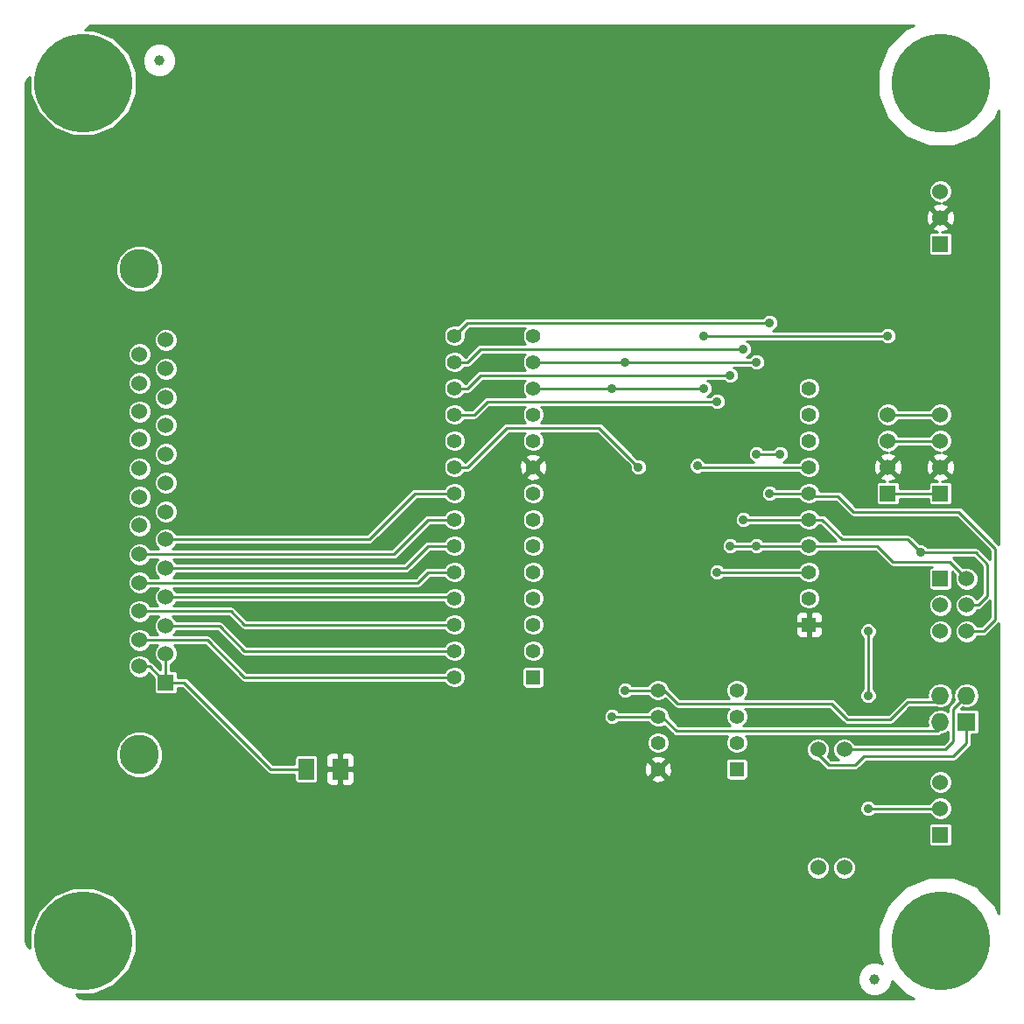
<source format=gtl>
G04 #@! TF.FileFunction,Copper,L1,Top,Signal*
%FSLAX46Y46*%
G04 Gerber Fmt 4.6, Leading zero omitted, Abs format (unit mm)*
G04 Created by KiCad (PCBNEW (after 2015-mar-04 BZR unknown)-product) date 4/18/2015 4:23:08 PM*
%MOMM*%
G01*
G04 APERTURE LIST*
%ADD10C,0.150000*%
%ADD11C,1.397000*%
%ADD12R,1.397000X1.397000*%
%ADD13C,9.525000*%
%ADD14C,1.000000*%
%ADD15R,1.524000X1.524000*%
%ADD16C,1.524000*%
%ADD17C,3.810000*%
%ADD18R,1.524000X2.032000*%
%ADD19R,1.727200X1.727200*%
%ADD20O,1.727200X1.727200*%
%ADD21C,0.889000*%
%ADD22C,0.254000*%
G04 APERTURE END LIST*
D10*
D11*
X49530000Y-60960000D03*
X49530000Y-58420000D03*
X49530000Y-55880000D03*
X49530000Y-53340000D03*
X49530000Y-50800000D03*
X49530000Y-48260000D03*
X49530000Y-45720000D03*
X49530000Y-43180000D03*
X49530000Y-40640000D03*
X49530000Y-38100000D03*
X49530000Y-35560000D03*
X49530000Y-33020000D03*
X49530000Y-30480000D03*
D12*
X49530000Y-63500000D03*
D11*
X41910000Y-30480000D03*
X41910000Y-33020000D03*
X41910000Y-35560000D03*
X41910000Y-38100000D03*
X41910000Y-40640000D03*
X41910000Y-43180000D03*
X41910000Y-45720000D03*
X41910000Y-48260000D03*
X41910000Y-50800000D03*
X41910000Y-53340000D03*
X41910000Y-55880000D03*
X41910000Y-58420000D03*
X41910000Y-60960000D03*
X41910000Y-63500000D03*
D13*
X6000000Y-6000000D03*
X89000000Y-6000000D03*
X6000000Y-89000000D03*
X89000000Y-89000000D03*
D14*
X13335000Y-3810000D03*
X82550000Y-92710000D03*
D15*
X88900000Y-45720000D03*
D16*
X88900000Y-43180000D03*
X88900000Y-40640000D03*
X88900000Y-38100000D03*
D15*
X88900000Y-53975000D03*
D16*
X91440000Y-53975000D03*
X88900000Y-56515000D03*
X91440000Y-56515000D03*
X88900000Y-59055000D03*
X91440000Y-59055000D03*
D17*
X11430000Y-24005000D03*
X11430000Y-70995000D03*
D15*
X13970000Y-64010000D03*
D16*
X13970000Y-61216000D03*
X13970000Y-58549000D03*
X13970000Y-55755000D03*
X13970000Y-52961000D03*
X13970000Y-50167000D03*
X13970000Y-47500000D03*
X13970000Y-44706000D03*
X13970000Y-41912000D03*
X13970000Y-39118000D03*
X13970000Y-36451000D03*
X13970000Y-33657000D03*
X13970000Y-30863000D03*
X11430000Y-62435200D03*
X11430000Y-59895200D03*
X11430000Y-57101200D03*
X11430000Y-54358000D03*
X11430000Y-51614800D03*
X11430000Y-48820800D03*
X11430000Y-46077600D03*
X11430000Y-43334400D03*
X11430000Y-40489600D03*
X11430000Y-37797200D03*
X11430000Y-35054000D03*
X11430000Y-32260000D03*
D12*
X76200000Y-58420000D03*
D11*
X76200000Y-55880000D03*
X76200000Y-53340000D03*
X76200000Y-50800000D03*
X76200000Y-48260000D03*
X76200000Y-45720000D03*
X76200000Y-43180000D03*
X76200000Y-40640000D03*
X76200000Y-38100000D03*
X76200000Y-35560000D03*
D15*
X83820000Y-45720000D03*
D16*
X83820000Y-43180000D03*
X83820000Y-40640000D03*
X83820000Y-38100000D03*
D15*
X88900000Y-21590000D03*
D16*
X88900000Y-19050000D03*
X88900000Y-16510000D03*
D15*
X88900000Y-78740000D03*
D16*
X88900000Y-76200000D03*
X88900000Y-73660000D03*
D12*
X69215000Y-72390000D03*
D11*
X69215000Y-69850000D03*
X69215000Y-67310000D03*
X69215000Y-64770000D03*
X61595000Y-64770000D03*
X61595000Y-67310000D03*
X61595000Y-69850000D03*
X61595000Y-72390000D03*
D18*
X30861000Y-72390000D03*
X27559000Y-72390000D03*
D16*
X77089000Y-70485000D03*
X77089000Y-81915000D03*
X79629000Y-70485000D03*
X79629000Y-81915000D03*
D19*
X91440000Y-67818000D03*
D20*
X88900000Y-67818000D03*
X91440000Y-65278000D03*
X88900000Y-65278000D03*
D21*
X72390000Y-29210000D03*
X72390000Y-45720000D03*
X69850000Y-31750000D03*
X69850000Y-48260000D03*
X86995000Y-51435000D03*
X68580000Y-34290000D03*
X68580000Y-50800000D03*
X71120000Y-50800000D03*
X66040000Y-35560000D03*
X66040000Y-30480000D03*
X83820000Y-30480000D03*
X57150000Y-35560000D03*
X57150000Y-67310000D03*
X71120000Y-41910000D03*
X71120000Y-33020000D03*
X58420000Y-33020000D03*
X58420000Y-64770000D03*
X73406000Y-41910000D03*
X67310000Y-36830000D03*
X67310000Y-53340000D03*
X81915000Y-59055000D03*
X81915000Y-76200000D03*
X81915000Y-65278000D03*
X65405000Y-43053000D03*
X59690000Y-43180000D03*
D22*
X76200000Y-45720000D02*
X72390000Y-45720000D01*
X72390000Y-29210000D02*
X63500000Y-29210000D01*
X43180000Y-29210000D02*
X41910000Y-30480000D01*
X63500000Y-29210000D02*
X44450000Y-29210000D01*
X44450000Y-29210000D02*
X43180000Y-29210000D01*
X80518000Y-47498000D02*
X90678000Y-47498000D01*
X90678000Y-47498000D02*
X94234000Y-51054000D01*
X91440000Y-59055000D02*
X93091000Y-59055000D01*
X93091000Y-59055000D02*
X94234000Y-57912000D01*
X94234000Y-57912000D02*
X94234000Y-51054000D01*
X76454000Y-45974000D02*
X76200000Y-45720000D01*
X78994000Y-45974000D02*
X76454000Y-45974000D01*
X80518000Y-47498000D02*
X78994000Y-45974000D01*
X41910000Y-33020000D02*
X43180000Y-33020000D01*
X43180000Y-33020000D02*
X44450000Y-31750000D01*
X44450000Y-31750000D02*
X69850000Y-31750000D01*
X69850000Y-48260000D02*
X71120000Y-48260000D01*
X76200000Y-48260000D02*
X71120000Y-48260000D01*
X86995000Y-51435000D02*
X92329000Y-51435000D01*
X92583000Y-56515000D02*
X91440000Y-56515000D01*
X93472000Y-55626000D02*
X92583000Y-56515000D01*
X93472000Y-52578000D02*
X93472000Y-55626000D01*
X92329000Y-51435000D02*
X93472000Y-52578000D01*
X79375000Y-50165000D02*
X85725000Y-50165000D01*
X85725000Y-50165000D02*
X86995000Y-51435000D01*
X76200000Y-48260000D02*
X77470000Y-48260000D01*
X77470000Y-48260000D02*
X79375000Y-50165000D01*
X41910000Y-35560000D02*
X43180000Y-35560000D01*
X43180000Y-35560000D02*
X44450000Y-34290000D01*
X44450000Y-34290000D02*
X68580000Y-34290000D01*
X68580000Y-50800000D02*
X71120000Y-50800000D01*
X76200000Y-50800000D02*
X71120000Y-50800000D01*
X76200000Y-50800000D02*
X82804000Y-50800000D01*
X89789000Y-52324000D02*
X91440000Y-53975000D01*
X84328000Y-52324000D02*
X89789000Y-52324000D01*
X82804000Y-50800000D02*
X84328000Y-52324000D01*
X88646000Y-68707000D02*
X88900000Y-68453000D01*
X63373000Y-68707000D02*
X88646000Y-68707000D01*
X60960000Y-35560000D02*
X66040000Y-35560000D01*
X60960000Y-35560000D02*
X57150000Y-35560000D01*
X66040000Y-30480000D02*
X83820000Y-30480000D01*
X61595000Y-67310000D02*
X57150000Y-67310000D01*
X57150000Y-35560000D02*
X49530000Y-35560000D01*
X83820000Y-38100000D02*
X88900000Y-38100000D01*
X61976000Y-67310000D02*
X63373000Y-68707000D01*
X61595000Y-67310000D02*
X61976000Y-67310000D01*
X73406000Y-41910000D02*
X71120000Y-41910000D01*
X71120000Y-33020000D02*
X64770000Y-33020000D01*
X62230000Y-33020000D02*
X58420000Y-33020000D01*
X64770000Y-33020000D02*
X62230000Y-33020000D01*
X61595000Y-64770000D02*
X58420000Y-64770000D01*
X58420000Y-33020000D02*
X49530000Y-33020000D01*
X83820000Y-40640000D02*
X88900000Y-40640000D01*
X63500000Y-66040000D02*
X78359000Y-66040000D01*
X78359000Y-66040000D02*
X79883000Y-67564000D01*
X79883000Y-67564000D02*
X84074000Y-67564000D01*
X84074000Y-67564000D02*
X85725000Y-65913000D01*
X85725000Y-65913000D02*
X88900000Y-65913000D01*
X62230000Y-64770000D02*
X63500000Y-66040000D01*
X61595000Y-64770000D02*
X62230000Y-64770000D01*
X88900000Y-45720000D02*
X83820000Y-45720000D01*
X13970000Y-33657000D02*
X14603000Y-33657000D01*
X13970000Y-61216000D02*
X13970000Y-64010000D01*
X11430000Y-62435200D02*
X12395200Y-62435200D01*
X12395200Y-62435200D02*
X13970000Y-64010000D01*
X27559000Y-72390000D02*
X24130000Y-72390000D01*
X15750000Y-64010000D02*
X13970000Y-64010000D01*
X24130000Y-72390000D02*
X15750000Y-64010000D01*
X41910000Y-38100000D02*
X43815000Y-38100000D01*
X45085000Y-36830000D02*
X67310000Y-36830000D01*
X43815000Y-38100000D02*
X45085000Y-36830000D01*
X76200000Y-53340000D02*
X67310000Y-53340000D01*
X91440000Y-69850000D02*
X91440000Y-67818000D01*
X91440000Y-69850000D02*
X91440000Y-67818000D01*
X78105000Y-72009000D02*
X80645000Y-72009000D01*
X80645000Y-72009000D02*
X81534000Y-71120000D01*
X81534000Y-71120000D02*
X90170000Y-71120000D01*
X90170000Y-71120000D02*
X91440000Y-69850000D01*
X77089000Y-70993000D02*
X78105000Y-72009000D01*
X77089000Y-70485000D02*
X77089000Y-70993000D01*
X89408000Y-70485000D02*
X90170000Y-69723000D01*
X90170000Y-69723000D02*
X90170000Y-66548000D01*
X90170000Y-66548000D02*
X91440000Y-65278000D01*
X79629000Y-70485000D02*
X89408000Y-70485000D01*
X41910000Y-43180000D02*
X43180000Y-43180000D01*
X43180000Y-43180000D02*
X46990000Y-39370000D01*
X55880000Y-39370000D02*
X59690000Y-43180000D01*
X46990000Y-39370000D02*
X55880000Y-39370000D01*
X88900000Y-76200000D02*
X81915000Y-76200000D01*
X81915000Y-65278000D02*
X81915000Y-59055000D01*
X65532000Y-43180000D02*
X65405000Y-43053000D01*
X76200000Y-43180000D02*
X65532000Y-43180000D01*
X13970000Y-58549000D02*
X19179000Y-58549000D01*
X19179000Y-58549000D02*
X21590000Y-60960000D01*
X21590000Y-60960000D02*
X41910000Y-60960000D01*
X41785000Y-55755000D02*
X41910000Y-55880000D01*
X13970000Y-55755000D02*
X41785000Y-55755000D01*
X39370000Y-50800000D02*
X41910000Y-50800000D01*
X13970000Y-52961000D02*
X37209000Y-52961000D01*
X37209000Y-52961000D02*
X39370000Y-50800000D01*
X38100000Y-45720000D02*
X41910000Y-45720000D01*
X13970000Y-50167000D02*
X33653000Y-50167000D01*
X33653000Y-50167000D02*
X38100000Y-45720000D01*
X14603000Y-41912000D02*
X13970000Y-41912000D01*
X11430000Y-59895200D02*
X17985200Y-59895200D01*
X17985200Y-59895200D02*
X21590000Y-63500000D01*
X21590000Y-63500000D02*
X41910000Y-63500000D01*
X11430000Y-57101200D02*
X20271200Y-57101200D01*
X20271200Y-57101200D02*
X21590000Y-58420000D01*
X21590000Y-58420000D02*
X41910000Y-58420000D01*
X11430000Y-54358000D02*
X38352000Y-54358000D01*
X38352000Y-54358000D02*
X39370000Y-53340000D01*
X39370000Y-53340000D02*
X41910000Y-53340000D01*
X39370000Y-48260000D02*
X41910000Y-48260000D01*
X11430000Y-51614800D02*
X36015200Y-51614800D01*
X36015200Y-51614800D02*
X39370000Y-48260000D01*
G36*
X94569000Y-86348473D02*
X94224815Y-85515482D01*
X92708983Y-83997002D01*
X92708983Y-65278000D01*
X92614243Y-64801712D01*
X92344448Y-64397935D01*
X91940671Y-64128140D01*
X91464383Y-64033400D01*
X91415617Y-64033400D01*
X90939329Y-64128140D01*
X90535552Y-64397935D01*
X90265757Y-64801712D01*
X90171017Y-65278000D01*
X90262361Y-65737218D01*
X89810790Y-66188790D01*
X89700669Y-66353597D01*
X89662000Y-66548000D01*
X89662000Y-66842754D01*
X89400671Y-66668140D01*
X88924383Y-66573400D01*
X88875617Y-66573400D01*
X88399329Y-66668140D01*
X87995552Y-66937935D01*
X87725757Y-67341712D01*
X87631017Y-67818000D01*
X87706802Y-68199000D01*
X69852424Y-68199000D01*
X70129622Y-67922286D01*
X70294313Y-67525668D01*
X70294687Y-67096216D01*
X70130689Y-66699311D01*
X69979641Y-66548000D01*
X78148579Y-66548000D01*
X79523789Y-67923210D01*
X79523790Y-67923210D01*
X79633910Y-67996790D01*
X79688596Y-68033330D01*
X79688597Y-68033331D01*
X79883000Y-68072000D01*
X84074000Y-68072000D01*
X84268403Y-68033331D01*
X84433210Y-67923210D01*
X85935420Y-66421000D01*
X88389062Y-66421000D01*
X88399329Y-66427860D01*
X88875617Y-66522600D01*
X88924383Y-66522600D01*
X89400671Y-66427860D01*
X89804448Y-66158065D01*
X90074243Y-65754288D01*
X90168983Y-65278000D01*
X90074243Y-64801712D01*
X90043198Y-64755249D01*
X90043198Y-58828641D01*
X90043198Y-56288641D01*
X89869554Y-55868388D01*
X89548303Y-55546577D01*
X89128354Y-55372199D01*
X88673641Y-55371802D01*
X88253388Y-55545446D01*
X87931577Y-55866697D01*
X87757199Y-56286646D01*
X87756802Y-56741359D01*
X87930446Y-57161612D01*
X88251697Y-57483423D01*
X88671646Y-57657801D01*
X89126359Y-57658198D01*
X89546612Y-57484554D01*
X89868423Y-57163303D01*
X90042801Y-56743354D01*
X90043198Y-56288641D01*
X90043198Y-58828641D01*
X89869554Y-58408388D01*
X89548303Y-58086577D01*
X89128354Y-57912199D01*
X88673641Y-57911802D01*
X88253388Y-58085446D01*
X87931577Y-58406697D01*
X87757199Y-58826646D01*
X87756802Y-59281359D01*
X87930446Y-59701612D01*
X88251697Y-60023423D01*
X88671646Y-60197801D01*
X89126359Y-60198198D01*
X89546612Y-60024554D01*
X89868423Y-59703303D01*
X90042801Y-59283354D01*
X90043198Y-58828641D01*
X90043198Y-64755249D01*
X89804448Y-64397935D01*
X89400671Y-64128140D01*
X88924383Y-64033400D01*
X88875617Y-64033400D01*
X88399329Y-64128140D01*
X87995552Y-64397935D01*
X87725757Y-64801712D01*
X87631017Y-65278000D01*
X87656278Y-65405000D01*
X85725000Y-65405000D01*
X85530597Y-65443669D01*
X85365790Y-65553789D01*
X83863579Y-67056000D01*
X82740643Y-67056000D01*
X82740643Y-65114518D01*
X82615233Y-64811002D01*
X82423000Y-64618433D01*
X82423000Y-59714302D01*
X82614417Y-59523219D01*
X82740357Y-59219923D01*
X82740643Y-58891518D01*
X82615233Y-58588002D01*
X82383219Y-58355583D01*
X82079923Y-58229643D01*
X81751518Y-58229357D01*
X81448002Y-58354767D01*
X81215583Y-58586781D01*
X81089643Y-58890077D01*
X81089357Y-59218482D01*
X81214767Y-59521998D01*
X81407000Y-59714566D01*
X81407000Y-64618697D01*
X81215583Y-64809781D01*
X81089643Y-65113077D01*
X81089357Y-65441482D01*
X81214767Y-65744998D01*
X81446781Y-65977417D01*
X81750077Y-66103357D01*
X82078482Y-66103643D01*
X82381998Y-65978233D01*
X82614417Y-65746219D01*
X82740357Y-65442923D01*
X82740643Y-65114518D01*
X82740643Y-67056000D01*
X80093420Y-67056000D01*
X78718210Y-65680790D01*
X78553403Y-65570669D01*
X78359000Y-65532000D01*
X77533500Y-65532000D01*
X77533500Y-59244809D01*
X77533500Y-58705750D01*
X77533500Y-58134250D01*
X77533500Y-57595191D01*
X77436827Y-57361802D01*
X77279687Y-57204661D01*
X77279687Y-55666216D01*
X77279687Y-53126216D01*
X77115689Y-52729311D01*
X76812286Y-52425378D01*
X76415668Y-52260687D01*
X75986216Y-52260313D01*
X75589311Y-52424311D01*
X75285378Y-52727714D01*
X75242074Y-52832000D01*
X67969302Y-52832000D01*
X67778219Y-52640583D01*
X67474923Y-52514643D01*
X67146518Y-52514357D01*
X66843002Y-52639767D01*
X66610583Y-52871781D01*
X66484643Y-53175077D01*
X66484357Y-53503482D01*
X66609767Y-53806998D01*
X66841781Y-54039417D01*
X67145077Y-54165357D01*
X67473482Y-54165643D01*
X67776998Y-54040233D01*
X67969566Y-53848000D01*
X75241880Y-53848000D01*
X75284311Y-53950689D01*
X75587714Y-54254622D01*
X75984332Y-54419313D01*
X76413784Y-54419687D01*
X76810689Y-54255689D01*
X77114622Y-53952286D01*
X77279313Y-53555668D01*
X77279687Y-53126216D01*
X77279687Y-55666216D01*
X77115689Y-55269311D01*
X76812286Y-54965378D01*
X76415668Y-54800687D01*
X75986216Y-54800313D01*
X75589311Y-54964311D01*
X75285378Y-55267714D01*
X75120687Y-55664332D01*
X75120313Y-56093784D01*
X75284311Y-56490689D01*
X75587714Y-56794622D01*
X75984332Y-56959313D01*
X76413784Y-56959687D01*
X76810689Y-56795689D01*
X77114622Y-56492286D01*
X77279313Y-56095668D01*
X77279687Y-55666216D01*
X77279687Y-57204661D01*
X77258199Y-57183173D01*
X77024810Y-57086500D01*
X76772191Y-57086500D01*
X76485750Y-57086500D01*
X76327000Y-57245250D01*
X76327000Y-58293000D01*
X77374750Y-58293000D01*
X77533500Y-58134250D01*
X77533500Y-58705750D01*
X77374750Y-58547000D01*
X76327000Y-58547000D01*
X76327000Y-59594750D01*
X76485750Y-59753500D01*
X76772191Y-59753500D01*
X77024810Y-59753500D01*
X77258199Y-59656827D01*
X77436827Y-59478198D01*
X77533500Y-59244809D01*
X77533500Y-65532000D01*
X76073000Y-65532000D01*
X76073000Y-59594750D01*
X76073000Y-58547000D01*
X76073000Y-58293000D01*
X76073000Y-57245250D01*
X75914250Y-57086500D01*
X75627809Y-57086500D01*
X75375190Y-57086500D01*
X75141801Y-57183173D01*
X74963173Y-57361802D01*
X74866500Y-57595191D01*
X74866500Y-58134250D01*
X75025250Y-58293000D01*
X76073000Y-58293000D01*
X76073000Y-58547000D01*
X75025250Y-58547000D01*
X74866500Y-58705750D01*
X74866500Y-59244809D01*
X74963173Y-59478198D01*
X75141801Y-59656827D01*
X75375190Y-59753500D01*
X75627809Y-59753500D01*
X75914250Y-59753500D01*
X76073000Y-59594750D01*
X76073000Y-65532000D01*
X69979646Y-65532000D01*
X70129622Y-65382286D01*
X70294313Y-64985668D01*
X70294687Y-64556216D01*
X70130689Y-64159311D01*
X69827286Y-63855378D01*
X69430668Y-63690687D01*
X69001216Y-63690313D01*
X68604311Y-63854311D01*
X68300378Y-64157714D01*
X68135687Y-64554332D01*
X68135313Y-64983784D01*
X68299311Y-65380689D01*
X68450358Y-65532000D01*
X63710420Y-65532000D01*
X62632474Y-64454054D01*
X62510689Y-64159311D01*
X62207286Y-63855378D01*
X61810668Y-63690687D01*
X61381216Y-63690313D01*
X60984311Y-63854311D01*
X60680378Y-64157714D01*
X60637074Y-64262000D01*
X59079302Y-64262000D01*
X58888219Y-64070583D01*
X58584923Y-63944643D01*
X58256518Y-63944357D01*
X57953002Y-64069767D01*
X57720583Y-64301781D01*
X57594643Y-64605077D01*
X57594357Y-64933482D01*
X57719767Y-65236998D01*
X57951781Y-65469417D01*
X58255077Y-65595357D01*
X58583482Y-65595643D01*
X58886998Y-65470233D01*
X59079566Y-65278000D01*
X60636880Y-65278000D01*
X60679311Y-65380689D01*
X60982714Y-65684622D01*
X61379332Y-65849313D01*
X61808784Y-65849687D01*
X62205689Y-65685689D01*
X62316575Y-65574995D01*
X63140790Y-66399210D01*
X63305596Y-66509331D01*
X63305597Y-66509331D01*
X63337849Y-66515746D01*
X63500000Y-66548000D01*
X68450353Y-66548000D01*
X68300378Y-66697714D01*
X68135687Y-67094332D01*
X68135313Y-67523784D01*
X68299311Y-67920689D01*
X68577136Y-68199000D01*
X63583419Y-68199000D01*
X62674518Y-67290098D01*
X62674687Y-67096216D01*
X62510689Y-66699311D01*
X62207286Y-66395378D01*
X61810668Y-66230687D01*
X61381216Y-66230313D01*
X60984311Y-66394311D01*
X60680378Y-66697714D01*
X60637074Y-66802000D01*
X57809302Y-66802000D01*
X57618219Y-66610583D01*
X57314923Y-66484643D01*
X56986518Y-66484357D01*
X56683002Y-66609767D01*
X56450583Y-66841781D01*
X56324643Y-67145077D01*
X56324357Y-67473482D01*
X56449767Y-67776998D01*
X56681781Y-68009417D01*
X56985077Y-68135357D01*
X57313482Y-68135643D01*
X57616998Y-68010233D01*
X57809566Y-67818000D01*
X60636880Y-67818000D01*
X60679311Y-67920689D01*
X60982714Y-68224622D01*
X61379332Y-68389313D01*
X61808784Y-68389687D01*
X62182748Y-68235168D01*
X63013790Y-69066210D01*
X63178596Y-69176331D01*
X63178597Y-69176331D01*
X63210849Y-69182746D01*
X63373000Y-69215000D01*
X68323131Y-69215000D01*
X68300378Y-69237714D01*
X68135687Y-69634332D01*
X68135313Y-70063784D01*
X68299311Y-70460689D01*
X68602714Y-70764622D01*
X68999332Y-70929313D01*
X69428784Y-70929687D01*
X69825689Y-70765689D01*
X70129622Y-70462286D01*
X70294313Y-70065668D01*
X70294687Y-69636216D01*
X70130689Y-69239311D01*
X70106420Y-69215000D01*
X88646000Y-69215000D01*
X88840403Y-69176331D01*
X89005210Y-69066210D01*
X89029786Y-69041633D01*
X89400671Y-68967860D01*
X89662000Y-68793245D01*
X89662000Y-69512580D01*
X89197580Y-69977000D01*
X80655826Y-69977000D01*
X80598554Y-69838388D01*
X80277303Y-69516577D01*
X79857354Y-69342199D01*
X79402641Y-69341802D01*
X78982388Y-69515446D01*
X78660577Y-69836697D01*
X78486199Y-70256646D01*
X78485802Y-70711359D01*
X78659446Y-71131612D01*
X78980697Y-71453423D01*
X79095275Y-71501000D01*
X78315420Y-71501000D01*
X78002525Y-71188105D01*
X78057423Y-71133303D01*
X78231801Y-70713354D01*
X78232198Y-70258641D01*
X78058554Y-69838388D01*
X77737303Y-69516577D01*
X77317354Y-69342199D01*
X76862641Y-69341802D01*
X76442388Y-69515446D01*
X76120577Y-69836697D01*
X75946199Y-70256646D01*
X75945802Y-70711359D01*
X76119446Y-71131612D01*
X76440697Y-71453423D01*
X76860646Y-71627801D01*
X77005507Y-71627927D01*
X77745790Y-72368210D01*
X77910597Y-72478331D01*
X78105000Y-72517000D01*
X80645000Y-72517000D01*
X80839403Y-72478331D01*
X81004210Y-72368210D01*
X81744420Y-71628000D01*
X90170000Y-71628000D01*
X90364403Y-71589331D01*
X90529210Y-71479210D01*
X91799210Y-70209210D01*
X91909331Y-70044404D01*
X91909331Y-70044403D01*
X91915746Y-70012150D01*
X91947999Y-69850000D01*
X91948000Y-69850000D01*
X91948000Y-69070064D01*
X92303600Y-69070064D01*
X92448874Y-69041878D01*
X92576556Y-68958004D01*
X92662026Y-68831384D01*
X92692064Y-68681600D01*
X92692064Y-66954400D01*
X92663878Y-66809126D01*
X92580004Y-66681444D01*
X92453384Y-66595974D01*
X92303600Y-66565936D01*
X90870484Y-66565936D01*
X90997073Y-66439346D01*
X91415617Y-66522600D01*
X91464383Y-66522600D01*
X91940671Y-66427860D01*
X92344448Y-66158065D01*
X92614243Y-65754288D01*
X92708983Y-65278000D01*
X92708983Y-83997002D01*
X92493632Y-83781275D01*
X90230575Y-82841571D01*
X90050464Y-82841413D01*
X90050464Y-79502000D01*
X90050464Y-77978000D01*
X90043198Y-77940550D01*
X90043198Y-75973641D01*
X90043198Y-73433641D01*
X89869554Y-73013388D01*
X89548303Y-72691577D01*
X89128354Y-72517199D01*
X88673641Y-72516802D01*
X88253388Y-72690446D01*
X87931577Y-73011697D01*
X87757199Y-73431646D01*
X87756802Y-73886359D01*
X87930446Y-74306612D01*
X88251697Y-74628423D01*
X88671646Y-74802801D01*
X89126359Y-74803198D01*
X89546612Y-74629554D01*
X89868423Y-74308303D01*
X90042801Y-73888354D01*
X90043198Y-73433641D01*
X90043198Y-75973641D01*
X89869554Y-75553388D01*
X89548303Y-75231577D01*
X89128354Y-75057199D01*
X88673641Y-75056802D01*
X88253388Y-75230446D01*
X87931577Y-75551697D01*
X87873318Y-75692000D01*
X82574302Y-75692000D01*
X82383219Y-75500583D01*
X82079923Y-75374643D01*
X81751518Y-75374357D01*
X81448002Y-75499767D01*
X81215583Y-75731781D01*
X81089643Y-76035077D01*
X81089357Y-76363482D01*
X81214767Y-76666998D01*
X81446781Y-76899417D01*
X81750077Y-77025357D01*
X82078482Y-77025643D01*
X82381998Y-76900233D01*
X82574566Y-76708000D01*
X87873173Y-76708000D01*
X87930446Y-76846612D01*
X88251697Y-77168423D01*
X88671646Y-77342801D01*
X89126359Y-77343198D01*
X89546612Y-77169554D01*
X89868423Y-76848303D01*
X90042801Y-76428354D01*
X90043198Y-75973641D01*
X90043198Y-77940550D01*
X90022278Y-77832726D01*
X89938404Y-77705044D01*
X89811784Y-77619574D01*
X89662000Y-77589536D01*
X88138000Y-77589536D01*
X87992726Y-77617722D01*
X87865044Y-77701596D01*
X87779574Y-77828216D01*
X87749536Y-77978000D01*
X87749536Y-79502000D01*
X87777722Y-79647274D01*
X87861596Y-79774956D01*
X87988216Y-79860426D01*
X88138000Y-79890464D01*
X89662000Y-79890464D01*
X89807274Y-79862278D01*
X89934956Y-79778404D01*
X90020426Y-79651784D01*
X90050464Y-79502000D01*
X90050464Y-82841413D01*
X87780175Y-82839433D01*
X85515482Y-83775185D01*
X83781275Y-85506368D01*
X82841571Y-87769425D01*
X82839433Y-90219825D01*
X83262719Y-91244257D01*
X82875050Y-91083283D01*
X82227789Y-91082718D01*
X81629582Y-91329892D01*
X81171501Y-91787175D01*
X80923283Y-92384950D01*
X80922718Y-93032211D01*
X81169892Y-93630418D01*
X81627175Y-94088499D01*
X82224950Y-94336717D01*
X82872211Y-94337282D01*
X83470418Y-94090108D01*
X83928499Y-93632825D01*
X84176717Y-93035050D01*
X84176846Y-92886880D01*
X85506368Y-94218725D01*
X86349923Y-94569000D01*
X80772198Y-94569000D01*
X80772198Y-81688641D01*
X80598554Y-81268388D01*
X80277303Y-80946577D01*
X79857354Y-80772199D01*
X79402641Y-80771802D01*
X78982388Y-80945446D01*
X78660577Y-81266697D01*
X78486199Y-81686646D01*
X78485802Y-82141359D01*
X78659446Y-82561612D01*
X78980697Y-82883423D01*
X79400646Y-83057801D01*
X79855359Y-83058198D01*
X80275612Y-82884554D01*
X80597423Y-82563303D01*
X80771801Y-82143354D01*
X80772198Y-81688641D01*
X80772198Y-94569000D01*
X78232198Y-94569000D01*
X78232198Y-81688641D01*
X78058554Y-81268388D01*
X77737303Y-80946577D01*
X77317354Y-80772199D01*
X76862641Y-80771802D01*
X76442388Y-80945446D01*
X76120577Y-81266697D01*
X75946199Y-81686646D01*
X75945802Y-82141359D01*
X76119446Y-82561612D01*
X76440697Y-82883423D01*
X76860646Y-83057801D01*
X77315359Y-83058198D01*
X77735612Y-82884554D01*
X78057423Y-82563303D01*
X78231801Y-82143354D01*
X78232198Y-81688641D01*
X78232198Y-94569000D01*
X70301964Y-94569000D01*
X70301964Y-73088500D01*
X70301964Y-71691500D01*
X70273778Y-71546226D01*
X70189904Y-71418544D01*
X70063284Y-71333074D01*
X69913500Y-71303036D01*
X68516500Y-71303036D01*
X68371226Y-71331222D01*
X68243544Y-71415096D01*
X68158074Y-71541716D01*
X68128036Y-71691500D01*
X68128036Y-73088500D01*
X68156222Y-73233774D01*
X68240096Y-73361456D01*
X68366716Y-73446926D01*
X68516500Y-73476964D01*
X69913500Y-73476964D01*
X70058774Y-73448778D01*
X70186456Y-73364904D01*
X70271926Y-73238284D01*
X70301964Y-73088500D01*
X70301964Y-94569000D01*
X62940927Y-94569000D01*
X62940927Y-72582520D01*
X62912148Y-72052801D01*
X62764800Y-71697071D01*
X62674687Y-71673490D01*
X62674687Y-69636216D01*
X62510689Y-69239311D01*
X62207286Y-68935378D01*
X61810668Y-68770687D01*
X61381216Y-68770313D01*
X60984311Y-68934311D01*
X60680378Y-69237714D01*
X60515687Y-69634332D01*
X60515313Y-70063784D01*
X60679311Y-70460689D01*
X60982714Y-70764622D01*
X61379332Y-70929313D01*
X61808784Y-70929687D01*
X62205689Y-70765689D01*
X62509622Y-70462286D01*
X62674313Y-70065668D01*
X62674687Y-69636216D01*
X62674687Y-71673490D01*
X62529188Y-71635417D01*
X62349583Y-71815022D01*
X62349583Y-71455812D01*
X62287929Y-71220200D01*
X61787520Y-71044073D01*
X61257801Y-71072852D01*
X60902071Y-71220200D01*
X60840417Y-71455812D01*
X61595000Y-72210395D01*
X62349583Y-71455812D01*
X62349583Y-71815022D01*
X61774605Y-72390000D01*
X62529188Y-73144583D01*
X62764800Y-73082929D01*
X62940927Y-72582520D01*
X62940927Y-94569000D01*
X62349583Y-94569000D01*
X62349583Y-73324188D01*
X61595000Y-72569605D01*
X61415395Y-72749210D01*
X61415395Y-72390000D01*
X60660812Y-71635417D01*
X60425200Y-71697071D01*
X60249073Y-72197480D01*
X60277852Y-72727199D01*
X60425200Y-73082929D01*
X60660812Y-73144583D01*
X61415395Y-72390000D01*
X61415395Y-72749210D01*
X60840417Y-73324188D01*
X60902071Y-73559800D01*
X61402480Y-73735927D01*
X61932199Y-73707148D01*
X62287929Y-73559800D01*
X62349583Y-73324188D01*
X62349583Y-94569000D01*
X50875927Y-94569000D01*
X50875927Y-43372520D01*
X50847148Y-42842801D01*
X50699800Y-42487071D01*
X50464188Y-42425417D01*
X50284583Y-42605022D01*
X50284583Y-42245812D01*
X50222929Y-42010200D01*
X49722520Y-41834073D01*
X49192801Y-41862852D01*
X48837071Y-42010200D01*
X48775417Y-42245812D01*
X49530000Y-43000395D01*
X50284583Y-42245812D01*
X50284583Y-42605022D01*
X49709605Y-43180000D01*
X50464188Y-43934583D01*
X50699800Y-43872929D01*
X50875927Y-43372520D01*
X50875927Y-94569000D01*
X50616964Y-94569000D01*
X50616964Y-64198500D01*
X50616964Y-62801500D01*
X50609687Y-62763993D01*
X50609687Y-60746216D01*
X50609687Y-58206216D01*
X50609687Y-55666216D01*
X50609687Y-53126216D01*
X50609687Y-50586216D01*
X50609687Y-48046216D01*
X50609687Y-45506216D01*
X50445689Y-45109311D01*
X50284583Y-44947923D01*
X50284583Y-44114188D01*
X49530000Y-43359605D01*
X49350395Y-43539210D01*
X49350395Y-43180000D01*
X48595812Y-42425417D01*
X48360200Y-42487071D01*
X48184073Y-42987480D01*
X48212852Y-43517199D01*
X48360200Y-43872929D01*
X48595812Y-43934583D01*
X49350395Y-43180000D01*
X49350395Y-43539210D01*
X48775417Y-44114188D01*
X48837071Y-44349800D01*
X49337480Y-44525927D01*
X49867199Y-44497148D01*
X50222929Y-44349800D01*
X50284583Y-44114188D01*
X50284583Y-44947923D01*
X50142286Y-44805378D01*
X49745668Y-44640687D01*
X49316216Y-44640313D01*
X48919311Y-44804311D01*
X48615378Y-45107714D01*
X48450687Y-45504332D01*
X48450313Y-45933784D01*
X48614311Y-46330689D01*
X48917714Y-46634622D01*
X49314332Y-46799313D01*
X49743784Y-46799687D01*
X50140689Y-46635689D01*
X50444622Y-46332286D01*
X50609313Y-45935668D01*
X50609687Y-45506216D01*
X50609687Y-48046216D01*
X50445689Y-47649311D01*
X50142286Y-47345378D01*
X49745668Y-47180687D01*
X49316216Y-47180313D01*
X48919311Y-47344311D01*
X48615378Y-47647714D01*
X48450687Y-48044332D01*
X48450313Y-48473784D01*
X48614311Y-48870689D01*
X48917714Y-49174622D01*
X49314332Y-49339313D01*
X49743784Y-49339687D01*
X50140689Y-49175689D01*
X50444622Y-48872286D01*
X50609313Y-48475668D01*
X50609687Y-48046216D01*
X50609687Y-50586216D01*
X50445689Y-50189311D01*
X50142286Y-49885378D01*
X49745668Y-49720687D01*
X49316216Y-49720313D01*
X48919311Y-49884311D01*
X48615378Y-50187714D01*
X48450687Y-50584332D01*
X48450313Y-51013784D01*
X48614311Y-51410689D01*
X48917714Y-51714622D01*
X49314332Y-51879313D01*
X49743784Y-51879687D01*
X50140689Y-51715689D01*
X50444622Y-51412286D01*
X50609313Y-51015668D01*
X50609687Y-50586216D01*
X50609687Y-53126216D01*
X50445689Y-52729311D01*
X50142286Y-52425378D01*
X49745668Y-52260687D01*
X49316216Y-52260313D01*
X48919311Y-52424311D01*
X48615378Y-52727714D01*
X48450687Y-53124332D01*
X48450313Y-53553784D01*
X48614311Y-53950689D01*
X48917714Y-54254622D01*
X49314332Y-54419313D01*
X49743784Y-54419687D01*
X50140689Y-54255689D01*
X50444622Y-53952286D01*
X50609313Y-53555668D01*
X50609687Y-53126216D01*
X50609687Y-55666216D01*
X50445689Y-55269311D01*
X50142286Y-54965378D01*
X49745668Y-54800687D01*
X49316216Y-54800313D01*
X48919311Y-54964311D01*
X48615378Y-55267714D01*
X48450687Y-55664332D01*
X48450313Y-56093784D01*
X48614311Y-56490689D01*
X48917714Y-56794622D01*
X49314332Y-56959313D01*
X49743784Y-56959687D01*
X50140689Y-56795689D01*
X50444622Y-56492286D01*
X50609313Y-56095668D01*
X50609687Y-55666216D01*
X50609687Y-58206216D01*
X50445689Y-57809311D01*
X50142286Y-57505378D01*
X49745668Y-57340687D01*
X49316216Y-57340313D01*
X48919311Y-57504311D01*
X48615378Y-57807714D01*
X48450687Y-58204332D01*
X48450313Y-58633784D01*
X48614311Y-59030689D01*
X48917714Y-59334622D01*
X49314332Y-59499313D01*
X49743784Y-59499687D01*
X50140689Y-59335689D01*
X50444622Y-59032286D01*
X50609313Y-58635668D01*
X50609687Y-58206216D01*
X50609687Y-60746216D01*
X50445689Y-60349311D01*
X50142286Y-60045378D01*
X49745668Y-59880687D01*
X49316216Y-59880313D01*
X48919311Y-60044311D01*
X48615378Y-60347714D01*
X48450687Y-60744332D01*
X48450313Y-61173784D01*
X48614311Y-61570689D01*
X48917714Y-61874622D01*
X49314332Y-62039313D01*
X49743784Y-62039687D01*
X50140689Y-61875689D01*
X50444622Y-61572286D01*
X50609313Y-61175668D01*
X50609687Y-60746216D01*
X50609687Y-62763993D01*
X50588778Y-62656226D01*
X50504904Y-62528544D01*
X50378284Y-62443074D01*
X50228500Y-62413036D01*
X48831500Y-62413036D01*
X48686226Y-62441222D01*
X48558544Y-62525096D01*
X48473074Y-62651716D01*
X48443036Y-62801500D01*
X48443036Y-64198500D01*
X48471222Y-64343774D01*
X48555096Y-64471456D01*
X48681716Y-64556926D01*
X48831500Y-64586964D01*
X50228500Y-64586964D01*
X50373774Y-64558778D01*
X50501456Y-64474904D01*
X50586926Y-64348284D01*
X50616964Y-64198500D01*
X50616964Y-94569000D01*
X42989687Y-94569000D01*
X42989687Y-63286216D01*
X42825689Y-62889311D01*
X42522286Y-62585378D01*
X42125668Y-62420687D01*
X41696216Y-62420313D01*
X41299311Y-62584311D01*
X40995378Y-62887714D01*
X40952074Y-62992000D01*
X21800420Y-62992000D01*
X18344410Y-59535990D01*
X18179603Y-59425869D01*
X17985200Y-59387200D01*
X14748194Y-59387200D01*
X14938423Y-59197303D01*
X14996681Y-59057000D01*
X18968580Y-59057000D01*
X21230790Y-61319210D01*
X21395597Y-61429331D01*
X21590000Y-61468000D01*
X40951880Y-61468000D01*
X40994311Y-61570689D01*
X41297714Y-61874622D01*
X41694332Y-62039313D01*
X42123784Y-62039687D01*
X42520689Y-61875689D01*
X42824622Y-61572286D01*
X42989313Y-61175668D01*
X42989687Y-60746216D01*
X42825689Y-60349311D01*
X42522286Y-60045378D01*
X42125668Y-59880687D01*
X41696216Y-59880313D01*
X41299311Y-60044311D01*
X40995378Y-60347714D01*
X40952074Y-60452000D01*
X21800420Y-60452000D01*
X19538210Y-58189790D01*
X19373403Y-58079669D01*
X19179000Y-58041000D01*
X14996826Y-58041000D01*
X14939554Y-57902388D01*
X14646876Y-57609200D01*
X20060780Y-57609200D01*
X21230790Y-58779210D01*
X21395597Y-58889331D01*
X21590000Y-58928000D01*
X40951880Y-58928000D01*
X40994311Y-59030689D01*
X41297714Y-59334622D01*
X41694332Y-59499313D01*
X42123784Y-59499687D01*
X42520689Y-59335689D01*
X42824622Y-59032286D01*
X42989313Y-58635668D01*
X42989687Y-58206216D01*
X42825689Y-57809311D01*
X42522286Y-57505378D01*
X42125668Y-57340687D01*
X41696216Y-57340313D01*
X41299311Y-57504311D01*
X40995378Y-57807714D01*
X40952074Y-57912000D01*
X21800420Y-57912000D01*
X20630410Y-56741990D01*
X20465603Y-56631869D01*
X20271200Y-56593200D01*
X14748194Y-56593200D01*
X14938423Y-56403303D01*
X14996681Y-56263000D01*
X40900231Y-56263000D01*
X40994311Y-56490689D01*
X41297714Y-56794622D01*
X41694332Y-56959313D01*
X42123784Y-56959687D01*
X42520689Y-56795689D01*
X42824622Y-56492286D01*
X42989313Y-56095668D01*
X42989687Y-55666216D01*
X42825689Y-55269311D01*
X42522286Y-54965378D01*
X42125668Y-54800687D01*
X41696216Y-54800313D01*
X41299311Y-54964311D01*
X41016128Y-55247000D01*
X14996826Y-55247000D01*
X14939554Y-55108388D01*
X14697587Y-54866000D01*
X38352000Y-54866000D01*
X38546403Y-54827331D01*
X38711210Y-54717210D01*
X39580420Y-53848000D01*
X40951880Y-53848000D01*
X40994311Y-53950689D01*
X41297714Y-54254622D01*
X41694332Y-54419313D01*
X42123784Y-54419687D01*
X42520689Y-54255689D01*
X42824622Y-53952286D01*
X42989313Y-53555668D01*
X42989687Y-53126216D01*
X42825689Y-52729311D01*
X42522286Y-52425378D01*
X42125668Y-52260687D01*
X41696216Y-52260313D01*
X41299311Y-52424311D01*
X40995378Y-52727714D01*
X40952074Y-52832000D01*
X39370000Y-52832000D01*
X39207849Y-52864253D01*
X39175596Y-52870669D01*
X39010789Y-52980790D01*
X38141579Y-53850000D01*
X14697306Y-53850000D01*
X14938423Y-53609303D01*
X14996681Y-53469000D01*
X37209000Y-53469000D01*
X37403403Y-53430331D01*
X37568210Y-53320210D01*
X39580420Y-51308000D01*
X40951880Y-51308000D01*
X40994311Y-51410689D01*
X41297714Y-51714622D01*
X41694332Y-51879313D01*
X42123784Y-51879687D01*
X42520689Y-51715689D01*
X42824622Y-51412286D01*
X42989313Y-51015668D01*
X42989687Y-50586216D01*
X42825689Y-50189311D01*
X42522286Y-49885378D01*
X42125668Y-49720687D01*
X41696216Y-49720313D01*
X41299311Y-49884311D01*
X40995378Y-50187714D01*
X40952074Y-50292000D01*
X39370000Y-50292000D01*
X39175597Y-50330669D01*
X39010790Y-50440789D01*
X36998579Y-52453000D01*
X14996826Y-52453000D01*
X14939554Y-52314388D01*
X14748299Y-52122800D01*
X36015200Y-52122800D01*
X36209603Y-52084131D01*
X36374410Y-51974010D01*
X39580420Y-48768000D01*
X40951880Y-48768000D01*
X40994311Y-48870689D01*
X41297714Y-49174622D01*
X41694332Y-49339313D01*
X42123784Y-49339687D01*
X42520689Y-49175689D01*
X42824622Y-48872286D01*
X42989313Y-48475668D01*
X42989687Y-48046216D01*
X42825689Y-47649311D01*
X42522286Y-47345378D01*
X42125668Y-47180687D01*
X41696216Y-47180313D01*
X41299311Y-47344311D01*
X40995378Y-47647714D01*
X40952074Y-47752000D01*
X39370000Y-47752000D01*
X39175597Y-47790669D01*
X39010790Y-47900790D01*
X35804780Y-51106800D01*
X14646417Y-51106800D01*
X14938423Y-50815303D01*
X14996681Y-50675000D01*
X33653000Y-50675000D01*
X33847403Y-50636331D01*
X34012210Y-50526210D01*
X38310420Y-46228000D01*
X40951880Y-46228000D01*
X40994311Y-46330689D01*
X41297714Y-46634622D01*
X41694332Y-46799313D01*
X42123784Y-46799687D01*
X42520689Y-46635689D01*
X42824622Y-46332286D01*
X42989313Y-45935668D01*
X42989687Y-45506216D01*
X42825689Y-45109311D01*
X42522286Y-44805378D01*
X42125668Y-44640687D01*
X41696216Y-44640313D01*
X41299311Y-44804311D01*
X40995378Y-45107714D01*
X40952074Y-45212000D01*
X38100000Y-45212000D01*
X37905597Y-45250669D01*
X37740790Y-45360790D01*
X33442580Y-49659000D01*
X15113198Y-49659000D01*
X15113198Y-47273641D01*
X15113198Y-44479641D01*
X15113198Y-41685641D01*
X15113198Y-38891641D01*
X15113198Y-36224641D01*
X15113198Y-33430641D01*
X15113198Y-30636641D01*
X14962282Y-30271394D01*
X14962282Y-3487789D01*
X14715108Y-2889582D01*
X14257825Y-2431501D01*
X13660050Y-2183283D01*
X13012789Y-2182718D01*
X12414582Y-2429892D01*
X11956501Y-2887175D01*
X11708283Y-3484950D01*
X11707718Y-4132211D01*
X11954892Y-4730418D01*
X12412175Y-5188499D01*
X13009950Y-5436717D01*
X13657211Y-5437282D01*
X14255418Y-5190108D01*
X14713499Y-4732825D01*
X14961717Y-4135050D01*
X14962282Y-3487789D01*
X14962282Y-30271394D01*
X14939554Y-30216388D01*
X14618303Y-29894577D01*
X14198354Y-29720199D01*
X13743641Y-29719802D01*
X13716396Y-29731059D01*
X13716396Y-23552281D01*
X13369106Y-22711777D01*
X12726605Y-22068154D01*
X11886708Y-21719398D01*
X10977281Y-21718604D01*
X10136777Y-22065894D01*
X9493154Y-22708395D01*
X9144398Y-23548292D01*
X9143604Y-24457719D01*
X9490894Y-25298223D01*
X10133395Y-25941846D01*
X10973292Y-26290602D01*
X11882719Y-26291396D01*
X12723223Y-25944106D01*
X13366846Y-25301605D01*
X13715602Y-24461708D01*
X13716396Y-23552281D01*
X13716396Y-29731059D01*
X13323388Y-29893446D01*
X13001577Y-30214697D01*
X12827199Y-30634646D01*
X12826802Y-31089359D01*
X13000446Y-31509612D01*
X13321697Y-31831423D01*
X13741646Y-32005801D01*
X14196359Y-32006198D01*
X14616612Y-31832554D01*
X14938423Y-31511303D01*
X15112801Y-31091354D01*
X15113198Y-30636641D01*
X15113198Y-33430641D01*
X14939554Y-33010388D01*
X14618303Y-32688577D01*
X14198354Y-32514199D01*
X13743641Y-32513802D01*
X13323388Y-32687446D01*
X13001577Y-33008697D01*
X12827199Y-33428646D01*
X12826802Y-33883359D01*
X13000446Y-34303612D01*
X13321697Y-34625423D01*
X13741646Y-34799801D01*
X14196359Y-34800198D01*
X14616612Y-34626554D01*
X14938423Y-34305303D01*
X15112801Y-33885354D01*
X15113198Y-33430641D01*
X15113198Y-36224641D01*
X14939554Y-35804388D01*
X14618303Y-35482577D01*
X14198354Y-35308199D01*
X13743641Y-35307802D01*
X13323388Y-35481446D01*
X13001577Y-35802697D01*
X12827199Y-36222646D01*
X12826802Y-36677359D01*
X13000446Y-37097612D01*
X13321697Y-37419423D01*
X13741646Y-37593801D01*
X14196359Y-37594198D01*
X14616612Y-37420554D01*
X14938423Y-37099303D01*
X15112801Y-36679354D01*
X15113198Y-36224641D01*
X15113198Y-38891641D01*
X14939554Y-38471388D01*
X14618303Y-38149577D01*
X14198354Y-37975199D01*
X13743641Y-37974802D01*
X13323388Y-38148446D01*
X13001577Y-38469697D01*
X12827199Y-38889646D01*
X12826802Y-39344359D01*
X13000446Y-39764612D01*
X13321697Y-40086423D01*
X13741646Y-40260801D01*
X14196359Y-40261198D01*
X14616612Y-40087554D01*
X14938423Y-39766303D01*
X15112801Y-39346354D01*
X15113198Y-38891641D01*
X15113198Y-41685641D01*
X14939554Y-41265388D01*
X14618303Y-40943577D01*
X14198354Y-40769199D01*
X13743641Y-40768802D01*
X13323388Y-40942446D01*
X13001577Y-41263697D01*
X12827199Y-41683646D01*
X12826802Y-42138359D01*
X13000446Y-42558612D01*
X13321697Y-42880423D01*
X13741646Y-43054801D01*
X14196359Y-43055198D01*
X14616612Y-42881554D01*
X14938423Y-42560303D01*
X15112801Y-42140354D01*
X15113198Y-41685641D01*
X15113198Y-44479641D01*
X14939554Y-44059388D01*
X14618303Y-43737577D01*
X14198354Y-43563199D01*
X13743641Y-43562802D01*
X13323388Y-43736446D01*
X13001577Y-44057697D01*
X12827199Y-44477646D01*
X12826802Y-44932359D01*
X13000446Y-45352612D01*
X13321697Y-45674423D01*
X13741646Y-45848801D01*
X14196359Y-45849198D01*
X14616612Y-45675554D01*
X14938423Y-45354303D01*
X15112801Y-44934354D01*
X15113198Y-44479641D01*
X15113198Y-47273641D01*
X14939554Y-46853388D01*
X14618303Y-46531577D01*
X14198354Y-46357199D01*
X13743641Y-46356802D01*
X13323388Y-46530446D01*
X13001577Y-46851697D01*
X12827199Y-47271646D01*
X12826802Y-47726359D01*
X13000446Y-48146612D01*
X13321697Y-48468423D01*
X13741646Y-48642801D01*
X14196359Y-48643198D01*
X14616612Y-48469554D01*
X14938423Y-48148303D01*
X15112801Y-47728354D01*
X15113198Y-47273641D01*
X15113198Y-49659000D01*
X14996826Y-49659000D01*
X14939554Y-49520388D01*
X14618303Y-49198577D01*
X14198354Y-49024199D01*
X13743641Y-49023802D01*
X13323388Y-49197446D01*
X13001577Y-49518697D01*
X12827199Y-49938646D01*
X12826802Y-50393359D01*
X13000446Y-50813612D01*
X13293123Y-51106800D01*
X12573198Y-51106800D01*
X12573198Y-48594441D01*
X12573198Y-45851241D01*
X12573198Y-43108041D01*
X12573198Y-40263241D01*
X12573198Y-37570841D01*
X12573198Y-34827641D01*
X12573198Y-32033641D01*
X12399554Y-31613388D01*
X12078303Y-31291577D01*
X11658354Y-31117199D01*
X11203641Y-31116802D01*
X10783388Y-31290446D01*
X10461577Y-31611697D01*
X10287199Y-32031646D01*
X10286802Y-32486359D01*
X10460446Y-32906612D01*
X10781697Y-33228423D01*
X11201646Y-33402801D01*
X11656359Y-33403198D01*
X12076612Y-33229554D01*
X12398423Y-32908303D01*
X12572801Y-32488354D01*
X12573198Y-32033641D01*
X12573198Y-34827641D01*
X12399554Y-34407388D01*
X12078303Y-34085577D01*
X11658354Y-33911199D01*
X11203641Y-33910802D01*
X10783388Y-34084446D01*
X10461577Y-34405697D01*
X10287199Y-34825646D01*
X10286802Y-35280359D01*
X10460446Y-35700612D01*
X10781697Y-36022423D01*
X11201646Y-36196801D01*
X11656359Y-36197198D01*
X12076612Y-36023554D01*
X12398423Y-35702303D01*
X12572801Y-35282354D01*
X12573198Y-34827641D01*
X12573198Y-37570841D01*
X12399554Y-37150588D01*
X12078303Y-36828777D01*
X11658354Y-36654399D01*
X11203641Y-36654002D01*
X10783388Y-36827646D01*
X10461577Y-37148897D01*
X10287199Y-37568846D01*
X10286802Y-38023559D01*
X10460446Y-38443812D01*
X10781697Y-38765623D01*
X11201646Y-38940001D01*
X11656359Y-38940398D01*
X12076612Y-38766754D01*
X12398423Y-38445503D01*
X12572801Y-38025554D01*
X12573198Y-37570841D01*
X12573198Y-40263241D01*
X12399554Y-39842988D01*
X12078303Y-39521177D01*
X11658354Y-39346799D01*
X11203641Y-39346402D01*
X10783388Y-39520046D01*
X10461577Y-39841297D01*
X10287199Y-40261246D01*
X10286802Y-40715959D01*
X10460446Y-41136212D01*
X10781697Y-41458023D01*
X11201646Y-41632401D01*
X11656359Y-41632798D01*
X12076612Y-41459154D01*
X12398423Y-41137903D01*
X12572801Y-40717954D01*
X12573198Y-40263241D01*
X12573198Y-43108041D01*
X12399554Y-42687788D01*
X12078303Y-42365977D01*
X11658354Y-42191599D01*
X11203641Y-42191202D01*
X10783388Y-42364846D01*
X10461577Y-42686097D01*
X10287199Y-43106046D01*
X10286802Y-43560759D01*
X10460446Y-43981012D01*
X10781697Y-44302823D01*
X11201646Y-44477201D01*
X11656359Y-44477598D01*
X12076612Y-44303954D01*
X12398423Y-43982703D01*
X12572801Y-43562754D01*
X12573198Y-43108041D01*
X12573198Y-45851241D01*
X12399554Y-45430988D01*
X12078303Y-45109177D01*
X11658354Y-44934799D01*
X11203641Y-44934402D01*
X10783388Y-45108046D01*
X10461577Y-45429297D01*
X10287199Y-45849246D01*
X10286802Y-46303959D01*
X10460446Y-46724212D01*
X10781697Y-47046023D01*
X11201646Y-47220401D01*
X11656359Y-47220798D01*
X12076612Y-47047154D01*
X12398423Y-46725903D01*
X12572801Y-46305954D01*
X12573198Y-45851241D01*
X12573198Y-48594441D01*
X12399554Y-48174188D01*
X12078303Y-47852377D01*
X11658354Y-47677999D01*
X11203641Y-47677602D01*
X10783388Y-47851246D01*
X10461577Y-48172497D01*
X10287199Y-48592446D01*
X10286802Y-49047159D01*
X10460446Y-49467412D01*
X10781697Y-49789223D01*
X11201646Y-49963601D01*
X11656359Y-49963998D01*
X12076612Y-49790354D01*
X12398423Y-49469103D01*
X12572801Y-49049154D01*
X12573198Y-48594441D01*
X12573198Y-51106800D01*
X12456826Y-51106800D01*
X12399554Y-50968188D01*
X12078303Y-50646377D01*
X11658354Y-50471999D01*
X11203641Y-50471602D01*
X10783388Y-50645246D01*
X10461577Y-50966497D01*
X10287199Y-51386446D01*
X10286802Y-51841159D01*
X10460446Y-52261412D01*
X10781697Y-52583223D01*
X11201646Y-52757601D01*
X11656359Y-52757998D01*
X12076612Y-52584354D01*
X12398423Y-52263103D01*
X12456681Y-52122800D01*
X13191805Y-52122800D01*
X13001577Y-52312697D01*
X12827199Y-52732646D01*
X12826802Y-53187359D01*
X13000446Y-53607612D01*
X13242412Y-53850000D01*
X12456826Y-53850000D01*
X12399554Y-53711388D01*
X12078303Y-53389577D01*
X11658354Y-53215199D01*
X11203641Y-53214802D01*
X10783388Y-53388446D01*
X10461577Y-53709697D01*
X10287199Y-54129646D01*
X10286802Y-54584359D01*
X10460446Y-55004612D01*
X10781697Y-55326423D01*
X11201646Y-55500801D01*
X11656359Y-55501198D01*
X12076612Y-55327554D01*
X12398423Y-55006303D01*
X12456681Y-54866000D01*
X13242693Y-54866000D01*
X13001577Y-55106697D01*
X12827199Y-55526646D01*
X12826802Y-55981359D01*
X13000446Y-56401612D01*
X13191700Y-56593200D01*
X12456826Y-56593200D01*
X12399554Y-56454588D01*
X12078303Y-56132777D01*
X11658354Y-55958399D01*
X11203641Y-55958002D01*
X10783388Y-56131646D01*
X10461577Y-56452897D01*
X10287199Y-56872846D01*
X10286802Y-57327559D01*
X10460446Y-57747812D01*
X10781697Y-58069623D01*
X11201646Y-58244001D01*
X11656359Y-58244398D01*
X12076612Y-58070754D01*
X12398423Y-57749503D01*
X12456681Y-57609200D01*
X13293582Y-57609200D01*
X13001577Y-57900697D01*
X12827199Y-58320646D01*
X12826802Y-58775359D01*
X13000446Y-59195612D01*
X13191700Y-59387200D01*
X12456826Y-59387200D01*
X12399554Y-59248588D01*
X12078303Y-58926777D01*
X11658354Y-58752399D01*
X11203641Y-58752002D01*
X10783388Y-58925646D01*
X10461577Y-59246897D01*
X10287199Y-59666846D01*
X10286802Y-60121559D01*
X10460446Y-60541812D01*
X10781697Y-60863623D01*
X11201646Y-61038001D01*
X11656359Y-61038398D01*
X12076612Y-60864754D01*
X12398423Y-60543503D01*
X12456681Y-60403200D01*
X13166360Y-60403200D01*
X13001577Y-60567697D01*
X12827199Y-60987646D01*
X12826802Y-61442359D01*
X13000446Y-61862612D01*
X13321697Y-62184423D01*
X13462000Y-62242681D01*
X13462000Y-62783579D01*
X12754410Y-62075990D01*
X12589603Y-61965869D01*
X12462345Y-61940556D01*
X12399554Y-61788588D01*
X12078303Y-61466777D01*
X11658354Y-61292399D01*
X11203641Y-61292002D01*
X10783388Y-61465646D01*
X10461577Y-61786897D01*
X10287199Y-62206846D01*
X10286802Y-62661559D01*
X10460446Y-63081812D01*
X10781697Y-63403623D01*
X11201646Y-63578001D01*
X11656359Y-63578398D01*
X12076612Y-63404754D01*
X12361720Y-63120141D01*
X12819536Y-63577956D01*
X12819536Y-64772000D01*
X12847722Y-64917274D01*
X12931596Y-65044956D01*
X13058216Y-65130426D01*
X13208000Y-65160464D01*
X14732000Y-65160464D01*
X14877274Y-65132278D01*
X15004956Y-65048404D01*
X15090426Y-64921784D01*
X15120464Y-64772000D01*
X15120464Y-64518000D01*
X15539580Y-64518000D01*
X23770790Y-72749210D01*
X23935597Y-72859331D01*
X24130000Y-72898000D01*
X26408536Y-72898000D01*
X26408536Y-73406000D01*
X26436722Y-73551274D01*
X26520596Y-73678956D01*
X26647216Y-73764426D01*
X26797000Y-73794464D01*
X28321000Y-73794464D01*
X28466274Y-73766278D01*
X28593956Y-73682404D01*
X28679426Y-73555784D01*
X28709464Y-73406000D01*
X28709464Y-71374000D01*
X28681278Y-71228726D01*
X28597404Y-71101044D01*
X28470784Y-71015574D01*
X28321000Y-70985536D01*
X26797000Y-70985536D01*
X26651726Y-71013722D01*
X26524044Y-71097596D01*
X26438574Y-71224216D01*
X26408536Y-71374000D01*
X26408536Y-71882000D01*
X24340420Y-71882000D01*
X16109210Y-63650790D01*
X15944403Y-63540669D01*
X15750000Y-63502000D01*
X15120464Y-63502000D01*
X15120464Y-63248000D01*
X15092278Y-63102726D01*
X15008404Y-62975044D01*
X14881784Y-62889574D01*
X14732000Y-62859536D01*
X14478000Y-62859536D01*
X14478000Y-62242826D01*
X14616612Y-62185554D01*
X14938423Y-61864303D01*
X15112801Y-61444354D01*
X15113198Y-60989641D01*
X14939554Y-60569388D01*
X14773655Y-60403200D01*
X17774780Y-60403200D01*
X21230790Y-63859210D01*
X21395597Y-63969331D01*
X21590000Y-64008000D01*
X40951880Y-64008000D01*
X40994311Y-64110689D01*
X41297714Y-64414622D01*
X41694332Y-64579313D01*
X42123784Y-64579687D01*
X42520689Y-64415689D01*
X42824622Y-64112286D01*
X42989313Y-63715668D01*
X42989687Y-63286216D01*
X42989687Y-94569000D01*
X32258000Y-94569000D01*
X32258000Y-73532310D01*
X32258000Y-73279691D01*
X32258000Y-72675750D01*
X32258000Y-72104250D01*
X32258000Y-71500309D01*
X32258000Y-71247690D01*
X32161327Y-71014301D01*
X31982698Y-70835673D01*
X31749309Y-70739000D01*
X31146750Y-70739000D01*
X30988000Y-70897750D01*
X30988000Y-72263000D01*
X32099250Y-72263000D01*
X32258000Y-72104250D01*
X32258000Y-72675750D01*
X32099250Y-72517000D01*
X30988000Y-72517000D01*
X30988000Y-73882250D01*
X31146750Y-74041000D01*
X31749309Y-74041000D01*
X31982698Y-73944327D01*
X32161327Y-73765699D01*
X32258000Y-73532310D01*
X32258000Y-94569000D01*
X30734000Y-94569000D01*
X30734000Y-73882250D01*
X30734000Y-72517000D01*
X30734000Y-72263000D01*
X30734000Y-70897750D01*
X30575250Y-70739000D01*
X29972691Y-70739000D01*
X29739302Y-70835673D01*
X29560673Y-71014301D01*
X29464000Y-71247690D01*
X29464000Y-71500309D01*
X29464000Y-72104250D01*
X29622750Y-72263000D01*
X30734000Y-72263000D01*
X30734000Y-72517000D01*
X29622750Y-72517000D01*
X29464000Y-72675750D01*
X29464000Y-73279691D01*
X29464000Y-73532310D01*
X29560673Y-73765699D01*
X29739302Y-73944327D01*
X29972691Y-74041000D01*
X30575250Y-74041000D01*
X30734000Y-73882250D01*
X30734000Y-94569000D01*
X13716396Y-94569000D01*
X13716396Y-70542281D01*
X13369106Y-69701777D01*
X12726605Y-69058154D01*
X11886708Y-68709398D01*
X10977281Y-68708604D01*
X10136777Y-69055894D01*
X9493154Y-69698395D01*
X9144398Y-70538292D01*
X9143604Y-71447719D01*
X9490894Y-72288223D01*
X10133395Y-72931846D01*
X10973292Y-73280602D01*
X11882719Y-73281396D01*
X12723223Y-72934106D01*
X13366846Y-72291605D01*
X13715602Y-71451708D01*
X13716396Y-70542281D01*
X13716396Y-94569000D01*
X6042452Y-94569000D01*
X5675641Y-94496036D01*
X5322515Y-94142910D01*
X7018617Y-94144391D01*
X8909752Y-93362990D01*
X10357904Y-91917363D01*
X11142605Y-90027594D01*
X11144391Y-87981383D01*
X10362990Y-86090248D01*
X8917363Y-84642096D01*
X7027594Y-83857395D01*
X4981383Y-83855609D01*
X3090248Y-84637010D01*
X1642096Y-86082637D01*
X857395Y-87972406D01*
X855907Y-89676302D01*
X503961Y-89324356D01*
X431000Y-88957552D01*
X431000Y-6042447D01*
X489656Y-5747563D01*
X856993Y-5432703D01*
X855609Y-7018617D01*
X1637010Y-8909752D01*
X3082637Y-10357904D01*
X4972406Y-11142605D01*
X7018617Y-11144391D01*
X8909752Y-10362990D01*
X10357904Y-8917363D01*
X11142605Y-7027594D01*
X11144391Y-4981383D01*
X10362990Y-3090248D01*
X8917363Y-1642096D01*
X7027594Y-857395D01*
X6195699Y-856668D01*
X6692313Y-431000D01*
X86348473Y-431000D01*
X85515482Y-775185D01*
X83781275Y-2506368D01*
X82841571Y-4769425D01*
X82839433Y-7219825D01*
X83775185Y-9484518D01*
X85506368Y-11218725D01*
X87769425Y-12158429D01*
X90219825Y-12160567D01*
X92484518Y-11224815D01*
X94218725Y-9493632D01*
X94569000Y-8650076D01*
X94569000Y-50670579D01*
X91037210Y-47138790D01*
X90872403Y-47028669D01*
X90678000Y-46990000D01*
X90309144Y-46990000D01*
X90309144Y-43387698D01*
X90309144Y-19257698D01*
X90281362Y-18702632D01*
X90122397Y-18318857D01*
X90043198Y-18296140D01*
X90043198Y-16283641D01*
X89869554Y-15863388D01*
X89548303Y-15541577D01*
X89128354Y-15367199D01*
X88673641Y-15366802D01*
X88253388Y-15540446D01*
X87931577Y-15861697D01*
X87757199Y-16281646D01*
X87756802Y-16736359D01*
X87930446Y-17156612D01*
X88251697Y-17478423D01*
X88671646Y-17652801D01*
X88865660Y-17652970D01*
X88552632Y-17668638D01*
X88168857Y-17827603D01*
X88099392Y-18069787D01*
X88900000Y-18870395D01*
X89700608Y-18069787D01*
X89631143Y-17827603D01*
X89133741Y-17650147D01*
X89546612Y-17479554D01*
X89868423Y-17158303D01*
X90042801Y-16738354D01*
X90043198Y-16283641D01*
X90043198Y-18296140D01*
X89880213Y-18249392D01*
X89079605Y-19050000D01*
X89880213Y-19850608D01*
X90122397Y-19781143D01*
X90309144Y-19257698D01*
X90309144Y-43387698D01*
X90281362Y-42832632D01*
X90122397Y-42448857D01*
X90050464Y-42428224D01*
X90050464Y-22352000D01*
X90050464Y-20828000D01*
X90022278Y-20682726D01*
X89938404Y-20555044D01*
X89811784Y-20469574D01*
X89662000Y-20439536D01*
X89084056Y-20439536D01*
X89247368Y-20431362D01*
X89631143Y-20272397D01*
X89700608Y-20030213D01*
X88900000Y-19229605D01*
X88720395Y-19409210D01*
X88720395Y-19050000D01*
X87919787Y-18249392D01*
X87677603Y-18318857D01*
X87490856Y-18842302D01*
X87518638Y-19397368D01*
X87677603Y-19781143D01*
X87919787Y-19850608D01*
X88720395Y-19050000D01*
X88720395Y-19409210D01*
X88099392Y-20030213D01*
X88168857Y-20272397D01*
X88637341Y-20439536D01*
X88138000Y-20439536D01*
X87992726Y-20467722D01*
X87865044Y-20551596D01*
X87779574Y-20678216D01*
X87749536Y-20828000D01*
X87749536Y-22352000D01*
X87777722Y-22497274D01*
X87861596Y-22624956D01*
X87988216Y-22710426D01*
X88138000Y-22740464D01*
X89662000Y-22740464D01*
X89807274Y-22712278D01*
X89934956Y-22628404D01*
X90020426Y-22501784D01*
X90050464Y-22352000D01*
X90050464Y-42428224D01*
X90043198Y-42426140D01*
X90043198Y-40413641D01*
X90043198Y-37873641D01*
X89869554Y-37453388D01*
X89548303Y-37131577D01*
X89128354Y-36957199D01*
X88673641Y-36956802D01*
X88253388Y-37130446D01*
X87931577Y-37451697D01*
X87873318Y-37592000D01*
X84846826Y-37592000D01*
X84789554Y-37453388D01*
X84645643Y-37309226D01*
X84645643Y-30316518D01*
X84520233Y-30013002D01*
X84288219Y-29780583D01*
X83984923Y-29654643D01*
X83656518Y-29654357D01*
X83353002Y-29779767D01*
X83160433Y-29972000D01*
X72707510Y-29972000D01*
X72856998Y-29910233D01*
X73089417Y-29678219D01*
X73215357Y-29374923D01*
X73215643Y-29046518D01*
X73090233Y-28743002D01*
X72858219Y-28510583D01*
X72554923Y-28384643D01*
X72226518Y-28384357D01*
X71923002Y-28509767D01*
X71730433Y-28702000D01*
X63500000Y-28702000D01*
X44450000Y-28702000D01*
X43180000Y-28702000D01*
X43017849Y-28734253D01*
X42985596Y-28740669D01*
X42820790Y-28850790D01*
X42228283Y-29443296D01*
X42125668Y-29400687D01*
X41696216Y-29400313D01*
X41299311Y-29564311D01*
X40995378Y-29867714D01*
X40830687Y-30264332D01*
X40830313Y-30693784D01*
X40994311Y-31090689D01*
X41297714Y-31394622D01*
X41694332Y-31559313D01*
X42123784Y-31559687D01*
X42520689Y-31395689D01*
X42824622Y-31092286D01*
X42989313Y-30695668D01*
X42989687Y-30266216D01*
X42946565Y-30161854D01*
X43390420Y-29718000D01*
X44450000Y-29718000D01*
X48765353Y-29718000D01*
X48615378Y-29867714D01*
X48450687Y-30264332D01*
X48450313Y-30693784D01*
X48614311Y-31090689D01*
X48765358Y-31242000D01*
X44450000Y-31242000D01*
X44287849Y-31274253D01*
X44255596Y-31280669D01*
X44090790Y-31390790D01*
X42969580Y-32512000D01*
X42868119Y-32512000D01*
X42825689Y-32409311D01*
X42522286Y-32105378D01*
X42125668Y-31940687D01*
X41696216Y-31940313D01*
X41299311Y-32104311D01*
X40995378Y-32407714D01*
X40830687Y-32804332D01*
X40830313Y-33233784D01*
X40994311Y-33630689D01*
X41297714Y-33934622D01*
X41694332Y-34099313D01*
X42123784Y-34099687D01*
X42520689Y-33935689D01*
X42824622Y-33632286D01*
X42867925Y-33528000D01*
X43180000Y-33528000D01*
X43374403Y-33489331D01*
X43539210Y-33379210D01*
X44660420Y-32258000D01*
X48765353Y-32258000D01*
X48615378Y-32407714D01*
X48450687Y-32804332D01*
X48450313Y-33233784D01*
X48614311Y-33630689D01*
X48765358Y-33782000D01*
X44450000Y-33782000D01*
X44287849Y-33814253D01*
X44255596Y-33820669D01*
X44090790Y-33930790D01*
X42969580Y-35052000D01*
X42868119Y-35052000D01*
X42825689Y-34949311D01*
X42522286Y-34645378D01*
X42125668Y-34480687D01*
X41696216Y-34480313D01*
X41299311Y-34644311D01*
X40995378Y-34947714D01*
X40830687Y-35344332D01*
X40830313Y-35773784D01*
X40994311Y-36170689D01*
X41297714Y-36474622D01*
X41694332Y-36639313D01*
X42123784Y-36639687D01*
X42520689Y-36475689D01*
X42824622Y-36172286D01*
X42867925Y-36068000D01*
X43180000Y-36068000D01*
X43374403Y-36029331D01*
X43539210Y-35919210D01*
X44660420Y-34798000D01*
X48765353Y-34798000D01*
X48615378Y-34947714D01*
X48450687Y-35344332D01*
X48450313Y-35773784D01*
X48614311Y-36170689D01*
X48765358Y-36322000D01*
X45085000Y-36322000D01*
X44922849Y-36354253D01*
X44890596Y-36360669D01*
X44725790Y-36470790D01*
X43604580Y-37592000D01*
X42868119Y-37592000D01*
X42825689Y-37489311D01*
X42522286Y-37185378D01*
X42125668Y-37020687D01*
X41696216Y-37020313D01*
X41299311Y-37184311D01*
X40995378Y-37487714D01*
X40830687Y-37884332D01*
X40830313Y-38313784D01*
X40994311Y-38710689D01*
X41297714Y-39014622D01*
X41694332Y-39179313D01*
X42123784Y-39179687D01*
X42520689Y-39015689D01*
X42824622Y-38712286D01*
X42867925Y-38608000D01*
X43815000Y-38608000D01*
X44009403Y-38569331D01*
X44174210Y-38459210D01*
X45295420Y-37338000D01*
X48765353Y-37338000D01*
X48615378Y-37487714D01*
X48450687Y-37884332D01*
X48450313Y-38313784D01*
X48614311Y-38710689D01*
X48765358Y-38862000D01*
X46990000Y-38862000D01*
X46795597Y-38900669D01*
X46630790Y-39010790D01*
X42989687Y-42651893D01*
X42989687Y-40426216D01*
X42825689Y-40029311D01*
X42522286Y-39725378D01*
X42125668Y-39560687D01*
X41696216Y-39560313D01*
X41299311Y-39724311D01*
X40995378Y-40027714D01*
X40830687Y-40424332D01*
X40830313Y-40853784D01*
X40994311Y-41250689D01*
X41297714Y-41554622D01*
X41694332Y-41719313D01*
X42123784Y-41719687D01*
X42520689Y-41555689D01*
X42824622Y-41252286D01*
X42989313Y-40855668D01*
X42989687Y-40426216D01*
X42989687Y-42651893D01*
X42969580Y-42672000D01*
X42868119Y-42672000D01*
X42825689Y-42569311D01*
X42522286Y-42265378D01*
X42125668Y-42100687D01*
X41696216Y-42100313D01*
X41299311Y-42264311D01*
X40995378Y-42567714D01*
X40830687Y-42964332D01*
X40830313Y-43393784D01*
X40994311Y-43790689D01*
X41297714Y-44094622D01*
X41694332Y-44259313D01*
X42123784Y-44259687D01*
X42520689Y-44095689D01*
X42824622Y-43792286D01*
X42867925Y-43688000D01*
X43180000Y-43688000D01*
X43374403Y-43649331D01*
X43539210Y-43539210D01*
X47200420Y-39878000D01*
X48765353Y-39878000D01*
X48615378Y-40027714D01*
X48450687Y-40424332D01*
X48450313Y-40853784D01*
X48614311Y-41250689D01*
X48917714Y-41554622D01*
X49314332Y-41719313D01*
X49743784Y-41719687D01*
X50140689Y-41555689D01*
X50444622Y-41252286D01*
X50609313Y-40855668D01*
X50609687Y-40426216D01*
X50445689Y-40029311D01*
X50294641Y-39878000D01*
X55669580Y-39878000D01*
X58864592Y-43073012D01*
X58864357Y-43343482D01*
X58989767Y-43646998D01*
X59221781Y-43879417D01*
X59525077Y-44005357D01*
X59853482Y-44005643D01*
X60156998Y-43880233D01*
X60389417Y-43648219D01*
X60515357Y-43344923D01*
X60515643Y-43016518D01*
X60390233Y-42713002D01*
X60158219Y-42480583D01*
X59854923Y-42354643D01*
X59582826Y-42354406D01*
X56239210Y-39010790D01*
X56074403Y-38900669D01*
X55880000Y-38862000D01*
X50294646Y-38862000D01*
X50444622Y-38712286D01*
X50609313Y-38315668D01*
X50609687Y-37886216D01*
X50445689Y-37489311D01*
X50294641Y-37338000D01*
X66650697Y-37338000D01*
X66841781Y-37529417D01*
X67145077Y-37655357D01*
X67473482Y-37655643D01*
X67776998Y-37530233D01*
X68009417Y-37298219D01*
X68135357Y-36994923D01*
X68135643Y-36666518D01*
X68010233Y-36363002D01*
X67778219Y-36130583D01*
X67474923Y-36004643D01*
X67146518Y-36004357D01*
X66843002Y-36129767D01*
X66650433Y-36322000D01*
X66357510Y-36322000D01*
X66506998Y-36260233D01*
X66739417Y-36028219D01*
X66865357Y-35724923D01*
X66865643Y-35396518D01*
X66740233Y-35093002D01*
X66508219Y-34860583D01*
X66357502Y-34798000D01*
X67920697Y-34798000D01*
X68111781Y-34989417D01*
X68415077Y-35115357D01*
X68743482Y-35115643D01*
X69046998Y-34990233D01*
X69279417Y-34758219D01*
X69405357Y-34454923D01*
X69405643Y-34126518D01*
X69280233Y-33823002D01*
X69048219Y-33590583D01*
X68897502Y-33528000D01*
X70460697Y-33528000D01*
X70651781Y-33719417D01*
X70955077Y-33845357D01*
X71283482Y-33845643D01*
X71586998Y-33720233D01*
X71819417Y-33488219D01*
X71945357Y-33184923D01*
X71945643Y-32856518D01*
X71820233Y-32553002D01*
X71588219Y-32320583D01*
X71284923Y-32194643D01*
X70956518Y-32194357D01*
X70653002Y-32319767D01*
X70460433Y-32512000D01*
X70167510Y-32512000D01*
X70316998Y-32450233D01*
X70549417Y-32218219D01*
X70675357Y-31914923D01*
X70675643Y-31586518D01*
X70550233Y-31283002D01*
X70318219Y-31050583D01*
X70167502Y-30988000D01*
X83160697Y-30988000D01*
X83351781Y-31179417D01*
X83655077Y-31305357D01*
X83983482Y-31305643D01*
X84286998Y-31180233D01*
X84519417Y-30948219D01*
X84645357Y-30644923D01*
X84645643Y-30316518D01*
X84645643Y-37309226D01*
X84468303Y-37131577D01*
X84048354Y-36957199D01*
X83593641Y-36956802D01*
X83173388Y-37130446D01*
X82851577Y-37451697D01*
X82677199Y-37871646D01*
X82676802Y-38326359D01*
X82850446Y-38746612D01*
X83171697Y-39068423D01*
X83591646Y-39242801D01*
X84046359Y-39243198D01*
X84466612Y-39069554D01*
X84788423Y-38748303D01*
X84846681Y-38608000D01*
X87873173Y-38608000D01*
X87930446Y-38746612D01*
X88251697Y-39068423D01*
X88671646Y-39242801D01*
X89126359Y-39243198D01*
X89546612Y-39069554D01*
X89868423Y-38748303D01*
X90042801Y-38328354D01*
X90043198Y-37873641D01*
X90043198Y-40413641D01*
X89869554Y-39993388D01*
X89548303Y-39671577D01*
X89128354Y-39497199D01*
X88673641Y-39496802D01*
X88253388Y-39670446D01*
X87931577Y-39991697D01*
X87873318Y-40132000D01*
X84846826Y-40132000D01*
X84789554Y-39993388D01*
X84468303Y-39671577D01*
X84048354Y-39497199D01*
X83593641Y-39496802D01*
X83173388Y-39670446D01*
X82851577Y-39991697D01*
X82677199Y-40411646D01*
X82676802Y-40866359D01*
X82850446Y-41286612D01*
X83171697Y-41608423D01*
X83591646Y-41782801D01*
X83785660Y-41782970D01*
X83472632Y-41798638D01*
X83088857Y-41957603D01*
X83019392Y-42199787D01*
X83820000Y-43000395D01*
X84620608Y-42199787D01*
X84551143Y-41957603D01*
X84053741Y-41780147D01*
X84466612Y-41609554D01*
X84788423Y-41288303D01*
X84846681Y-41148000D01*
X87873173Y-41148000D01*
X87930446Y-41286612D01*
X88251697Y-41608423D01*
X88671646Y-41782801D01*
X88865660Y-41782970D01*
X88552632Y-41798638D01*
X88168857Y-41957603D01*
X88099392Y-42199787D01*
X88900000Y-43000395D01*
X89700608Y-42199787D01*
X89631143Y-41957603D01*
X89133741Y-41780147D01*
X89546612Y-41609554D01*
X89868423Y-41288303D01*
X90042801Y-40868354D01*
X90043198Y-40413641D01*
X90043198Y-42426140D01*
X89880213Y-42379392D01*
X89079605Y-43180000D01*
X89880213Y-43980608D01*
X90122397Y-43911143D01*
X90309144Y-43387698D01*
X90309144Y-46990000D01*
X90050464Y-46990000D01*
X90050464Y-46482000D01*
X90050464Y-44958000D01*
X90022278Y-44812726D01*
X89938404Y-44685044D01*
X89811784Y-44599574D01*
X89662000Y-44569536D01*
X89084056Y-44569536D01*
X89247368Y-44561362D01*
X89631143Y-44402397D01*
X89700608Y-44160213D01*
X88900000Y-43359605D01*
X88720395Y-43539210D01*
X88720395Y-43180000D01*
X87919787Y-42379392D01*
X87677603Y-42448857D01*
X87490856Y-42972302D01*
X87518638Y-43527368D01*
X87677603Y-43911143D01*
X87919787Y-43980608D01*
X88720395Y-43180000D01*
X88720395Y-43539210D01*
X88099392Y-44160213D01*
X88168857Y-44402397D01*
X88637341Y-44569536D01*
X88138000Y-44569536D01*
X87992726Y-44597722D01*
X87865044Y-44681596D01*
X87779574Y-44808216D01*
X87749536Y-44958000D01*
X87749536Y-45212000D01*
X85229144Y-45212000D01*
X85229144Y-43387698D01*
X85201362Y-42832632D01*
X85042397Y-42448857D01*
X84800213Y-42379392D01*
X83999605Y-43180000D01*
X84800213Y-43980608D01*
X85042397Y-43911143D01*
X85229144Y-43387698D01*
X85229144Y-45212000D01*
X84970464Y-45212000D01*
X84970464Y-44958000D01*
X84942278Y-44812726D01*
X84858404Y-44685044D01*
X84731784Y-44599574D01*
X84582000Y-44569536D01*
X84004056Y-44569536D01*
X84167368Y-44561362D01*
X84551143Y-44402397D01*
X84620608Y-44160213D01*
X83820000Y-43359605D01*
X83640395Y-43539210D01*
X83640395Y-43180000D01*
X82839787Y-42379392D01*
X82597603Y-42448857D01*
X82410856Y-42972302D01*
X82438638Y-43527368D01*
X82597603Y-43911143D01*
X82839787Y-43980608D01*
X83640395Y-43180000D01*
X83640395Y-43539210D01*
X83019392Y-44160213D01*
X83088857Y-44402397D01*
X83557341Y-44569536D01*
X83058000Y-44569536D01*
X82912726Y-44597722D01*
X82785044Y-44681596D01*
X82699574Y-44808216D01*
X82669536Y-44958000D01*
X82669536Y-46482000D01*
X82697722Y-46627274D01*
X82781596Y-46754956D01*
X82908216Y-46840426D01*
X83058000Y-46870464D01*
X84582000Y-46870464D01*
X84727274Y-46842278D01*
X84854956Y-46758404D01*
X84940426Y-46631784D01*
X84970464Y-46482000D01*
X84970464Y-46228000D01*
X87749536Y-46228000D01*
X87749536Y-46482000D01*
X87777722Y-46627274D01*
X87861596Y-46754956D01*
X87988216Y-46840426D01*
X88138000Y-46870464D01*
X89662000Y-46870464D01*
X89807274Y-46842278D01*
X89934956Y-46758404D01*
X90020426Y-46631784D01*
X90050464Y-46482000D01*
X90050464Y-46990000D01*
X80728420Y-46990000D01*
X79353210Y-45614790D01*
X79188403Y-45504669D01*
X78994000Y-45466000D01*
X77279687Y-45466000D01*
X77279687Y-42966216D01*
X77279687Y-40426216D01*
X77279687Y-37886216D01*
X77279687Y-35346216D01*
X77115689Y-34949311D01*
X76812286Y-34645378D01*
X76415668Y-34480687D01*
X75986216Y-34480313D01*
X75589311Y-34644311D01*
X75285378Y-34947714D01*
X75120687Y-35344332D01*
X75120313Y-35773784D01*
X75284311Y-36170689D01*
X75587714Y-36474622D01*
X75984332Y-36639313D01*
X76413784Y-36639687D01*
X76810689Y-36475689D01*
X77114622Y-36172286D01*
X77279313Y-35775668D01*
X77279687Y-35346216D01*
X77279687Y-37886216D01*
X77115689Y-37489311D01*
X76812286Y-37185378D01*
X76415668Y-37020687D01*
X75986216Y-37020313D01*
X75589311Y-37184311D01*
X75285378Y-37487714D01*
X75120687Y-37884332D01*
X75120313Y-38313784D01*
X75284311Y-38710689D01*
X75587714Y-39014622D01*
X75984332Y-39179313D01*
X76413784Y-39179687D01*
X76810689Y-39015689D01*
X77114622Y-38712286D01*
X77279313Y-38315668D01*
X77279687Y-37886216D01*
X77279687Y-40426216D01*
X77115689Y-40029311D01*
X76812286Y-39725378D01*
X76415668Y-39560687D01*
X75986216Y-39560313D01*
X75589311Y-39724311D01*
X75285378Y-40027714D01*
X75120687Y-40424332D01*
X75120313Y-40853784D01*
X75284311Y-41250689D01*
X75587714Y-41554622D01*
X75984332Y-41719313D01*
X76413784Y-41719687D01*
X76810689Y-41555689D01*
X77114622Y-41252286D01*
X77279313Y-40855668D01*
X77279687Y-40426216D01*
X77279687Y-42966216D01*
X77115689Y-42569311D01*
X76812286Y-42265378D01*
X76415668Y-42100687D01*
X75986216Y-42100313D01*
X75589311Y-42264311D01*
X75285378Y-42567714D01*
X75242074Y-42672000D01*
X73723510Y-42672000D01*
X73872998Y-42610233D01*
X74105417Y-42378219D01*
X74231357Y-42074923D01*
X74231643Y-41746518D01*
X74106233Y-41443002D01*
X73874219Y-41210583D01*
X73570923Y-41084643D01*
X73242518Y-41084357D01*
X72939002Y-41209767D01*
X72746433Y-41402000D01*
X71779302Y-41402000D01*
X71588219Y-41210583D01*
X71284923Y-41084643D01*
X70956518Y-41084357D01*
X70653002Y-41209767D01*
X70420583Y-41441781D01*
X70294643Y-41745077D01*
X70294357Y-42073482D01*
X70419767Y-42376998D01*
X70651781Y-42609417D01*
X70802497Y-42672000D01*
X66140766Y-42672000D01*
X66105233Y-42586002D01*
X65873219Y-42353583D01*
X65569923Y-42227643D01*
X65241518Y-42227357D01*
X64938002Y-42352767D01*
X64705583Y-42584781D01*
X64579643Y-42888077D01*
X64579357Y-43216482D01*
X64704767Y-43519998D01*
X64936781Y-43752417D01*
X65240077Y-43878357D01*
X65568482Y-43878643D01*
X65871998Y-43753233D01*
X65937344Y-43688000D01*
X75241880Y-43688000D01*
X75284311Y-43790689D01*
X75587714Y-44094622D01*
X75984332Y-44259313D01*
X76413784Y-44259687D01*
X76810689Y-44095689D01*
X77114622Y-43792286D01*
X77279313Y-43395668D01*
X77279687Y-42966216D01*
X77279687Y-45466000D01*
X77263070Y-45466000D01*
X77115689Y-45109311D01*
X76812286Y-44805378D01*
X76415668Y-44640687D01*
X75986216Y-44640313D01*
X75589311Y-44804311D01*
X75285378Y-45107714D01*
X75242074Y-45212000D01*
X73049302Y-45212000D01*
X72858219Y-45020583D01*
X72554923Y-44894643D01*
X72226518Y-44894357D01*
X71923002Y-45019767D01*
X71690583Y-45251781D01*
X71564643Y-45555077D01*
X71564357Y-45883482D01*
X71689767Y-46186998D01*
X71921781Y-46419417D01*
X72225077Y-46545357D01*
X72553482Y-46545643D01*
X72856998Y-46420233D01*
X73049566Y-46228000D01*
X75241880Y-46228000D01*
X75284311Y-46330689D01*
X75587714Y-46634622D01*
X75984332Y-46799313D01*
X76413784Y-46799687D01*
X76810689Y-46635689D01*
X76964646Y-46482000D01*
X78783579Y-46482000D01*
X80158789Y-47857210D01*
X80158790Y-47857210D01*
X80268910Y-47930790D01*
X80323596Y-47967330D01*
X80323597Y-47967331D01*
X80518000Y-48006000D01*
X90467579Y-48006000D01*
X93726000Y-51264420D01*
X93726000Y-52113580D01*
X92688210Y-51075790D01*
X92523403Y-50965669D01*
X92329000Y-50927000D01*
X87654302Y-50927000D01*
X87463219Y-50735583D01*
X87159923Y-50609643D01*
X86887826Y-50609406D01*
X86084210Y-49805790D01*
X85919403Y-49695669D01*
X85725000Y-49657000D01*
X79585420Y-49657000D01*
X77829210Y-47900790D01*
X77664403Y-47790669D01*
X77470000Y-47752000D01*
X77158119Y-47752000D01*
X77115689Y-47649311D01*
X76812286Y-47345378D01*
X76415668Y-47180687D01*
X75986216Y-47180313D01*
X75589311Y-47344311D01*
X75285378Y-47647714D01*
X75242074Y-47752000D01*
X71120000Y-47752000D01*
X70509302Y-47752000D01*
X70318219Y-47560583D01*
X70014923Y-47434643D01*
X69686518Y-47434357D01*
X69383002Y-47559767D01*
X69150583Y-47791781D01*
X69024643Y-48095077D01*
X69024357Y-48423482D01*
X69149767Y-48726998D01*
X69381781Y-48959417D01*
X69685077Y-49085357D01*
X70013482Y-49085643D01*
X70316998Y-48960233D01*
X70509566Y-48768000D01*
X71120000Y-48768000D01*
X75241880Y-48768000D01*
X75284311Y-48870689D01*
X75587714Y-49174622D01*
X75984332Y-49339313D01*
X76413784Y-49339687D01*
X76810689Y-49175689D01*
X77114622Y-48872286D01*
X77157925Y-48768000D01*
X77259580Y-48768000D01*
X78783580Y-50292000D01*
X77158119Y-50292000D01*
X77115689Y-50189311D01*
X76812286Y-49885378D01*
X76415668Y-49720687D01*
X75986216Y-49720313D01*
X75589311Y-49884311D01*
X75285378Y-50187714D01*
X75242074Y-50292000D01*
X71779302Y-50292000D01*
X71588219Y-50100583D01*
X71284923Y-49974643D01*
X70956518Y-49974357D01*
X70653002Y-50099767D01*
X70460433Y-50292000D01*
X69239302Y-50292000D01*
X69048219Y-50100583D01*
X68744923Y-49974643D01*
X68416518Y-49974357D01*
X68113002Y-50099767D01*
X67880583Y-50331781D01*
X67754643Y-50635077D01*
X67754357Y-50963482D01*
X67879767Y-51266998D01*
X68111781Y-51499417D01*
X68415077Y-51625357D01*
X68743482Y-51625643D01*
X69046998Y-51500233D01*
X69239566Y-51308000D01*
X70460697Y-51308000D01*
X70651781Y-51499417D01*
X70955077Y-51625357D01*
X71283482Y-51625643D01*
X71586998Y-51500233D01*
X71779566Y-51308000D01*
X75241880Y-51308000D01*
X75284311Y-51410689D01*
X75587714Y-51714622D01*
X75984332Y-51879313D01*
X76413784Y-51879687D01*
X76810689Y-51715689D01*
X77114622Y-51412286D01*
X77157925Y-51308000D01*
X82593579Y-51308000D01*
X83968789Y-52683210D01*
X83968790Y-52683210D01*
X84078910Y-52756790D01*
X84133596Y-52793330D01*
X84133597Y-52793331D01*
X84328000Y-52832000D01*
X88099529Y-52832000D01*
X87992726Y-52852722D01*
X87865044Y-52936596D01*
X87779574Y-53063216D01*
X87749536Y-53213000D01*
X87749536Y-54737000D01*
X87777722Y-54882274D01*
X87861596Y-55009956D01*
X87988216Y-55095426D01*
X88138000Y-55125464D01*
X89662000Y-55125464D01*
X89807274Y-55097278D01*
X89934956Y-55013404D01*
X90020426Y-54886784D01*
X90050464Y-54737000D01*
X90050464Y-53303884D01*
X90354713Y-53608134D01*
X90297199Y-53746646D01*
X90296802Y-54201359D01*
X90470446Y-54621612D01*
X90791697Y-54943423D01*
X91211646Y-55117801D01*
X91666359Y-55118198D01*
X92086612Y-54944554D01*
X92408423Y-54623303D01*
X92582801Y-54203354D01*
X92583198Y-53748641D01*
X92409554Y-53328388D01*
X92088303Y-53006577D01*
X91668354Y-52832199D01*
X91213641Y-52831802D01*
X91073236Y-52889815D01*
X90148210Y-51964790D01*
X90115599Y-51943000D01*
X92118580Y-51943000D01*
X92964000Y-52788420D01*
X92964000Y-55415580D01*
X92439270Y-55940309D01*
X92409554Y-55868388D01*
X92088303Y-55546577D01*
X91668354Y-55372199D01*
X91213641Y-55371802D01*
X90793388Y-55545446D01*
X90471577Y-55866697D01*
X90297199Y-56286646D01*
X90296802Y-56741359D01*
X90470446Y-57161612D01*
X90791697Y-57483423D01*
X91211646Y-57657801D01*
X91666359Y-57658198D01*
X92086612Y-57484554D01*
X92408423Y-57163303D01*
X92466681Y-57023000D01*
X92583000Y-57023000D01*
X92777403Y-56984331D01*
X92942210Y-56874210D01*
X93726000Y-56090420D01*
X93726000Y-57701580D01*
X92880580Y-58547000D01*
X92466826Y-58547000D01*
X92409554Y-58408388D01*
X92088303Y-58086577D01*
X91668354Y-57912199D01*
X91213641Y-57911802D01*
X90793388Y-58085446D01*
X90471577Y-58406697D01*
X90297199Y-58826646D01*
X90296802Y-59281359D01*
X90470446Y-59701612D01*
X90791697Y-60023423D01*
X91211646Y-60197801D01*
X91666359Y-60198198D01*
X92086612Y-60024554D01*
X92408423Y-59703303D01*
X92466681Y-59563000D01*
X93091000Y-59563000D01*
X93285403Y-59524331D01*
X93450210Y-59414210D01*
X94569000Y-58295420D01*
X94569000Y-86348473D01*
X94569000Y-86348473D01*
G37*
X94569000Y-86348473D02*
X94224815Y-85515482D01*
X92708983Y-83997002D01*
X92708983Y-65278000D01*
X92614243Y-64801712D01*
X92344448Y-64397935D01*
X91940671Y-64128140D01*
X91464383Y-64033400D01*
X91415617Y-64033400D01*
X90939329Y-64128140D01*
X90535552Y-64397935D01*
X90265757Y-64801712D01*
X90171017Y-65278000D01*
X90262361Y-65737218D01*
X89810790Y-66188790D01*
X89700669Y-66353597D01*
X89662000Y-66548000D01*
X89662000Y-66842754D01*
X89400671Y-66668140D01*
X88924383Y-66573400D01*
X88875617Y-66573400D01*
X88399329Y-66668140D01*
X87995552Y-66937935D01*
X87725757Y-67341712D01*
X87631017Y-67818000D01*
X87706802Y-68199000D01*
X69852424Y-68199000D01*
X70129622Y-67922286D01*
X70294313Y-67525668D01*
X70294687Y-67096216D01*
X70130689Y-66699311D01*
X69979641Y-66548000D01*
X78148579Y-66548000D01*
X79523789Y-67923210D01*
X79523790Y-67923210D01*
X79633910Y-67996790D01*
X79688596Y-68033330D01*
X79688597Y-68033331D01*
X79883000Y-68072000D01*
X84074000Y-68072000D01*
X84268403Y-68033331D01*
X84433210Y-67923210D01*
X85935420Y-66421000D01*
X88389062Y-66421000D01*
X88399329Y-66427860D01*
X88875617Y-66522600D01*
X88924383Y-66522600D01*
X89400671Y-66427860D01*
X89804448Y-66158065D01*
X90074243Y-65754288D01*
X90168983Y-65278000D01*
X90074243Y-64801712D01*
X90043198Y-64755249D01*
X90043198Y-58828641D01*
X90043198Y-56288641D01*
X89869554Y-55868388D01*
X89548303Y-55546577D01*
X89128354Y-55372199D01*
X88673641Y-55371802D01*
X88253388Y-55545446D01*
X87931577Y-55866697D01*
X87757199Y-56286646D01*
X87756802Y-56741359D01*
X87930446Y-57161612D01*
X88251697Y-57483423D01*
X88671646Y-57657801D01*
X89126359Y-57658198D01*
X89546612Y-57484554D01*
X89868423Y-57163303D01*
X90042801Y-56743354D01*
X90043198Y-56288641D01*
X90043198Y-58828641D01*
X89869554Y-58408388D01*
X89548303Y-58086577D01*
X89128354Y-57912199D01*
X88673641Y-57911802D01*
X88253388Y-58085446D01*
X87931577Y-58406697D01*
X87757199Y-58826646D01*
X87756802Y-59281359D01*
X87930446Y-59701612D01*
X88251697Y-60023423D01*
X88671646Y-60197801D01*
X89126359Y-60198198D01*
X89546612Y-60024554D01*
X89868423Y-59703303D01*
X90042801Y-59283354D01*
X90043198Y-58828641D01*
X90043198Y-64755249D01*
X89804448Y-64397935D01*
X89400671Y-64128140D01*
X88924383Y-64033400D01*
X88875617Y-64033400D01*
X88399329Y-64128140D01*
X87995552Y-64397935D01*
X87725757Y-64801712D01*
X87631017Y-65278000D01*
X87656278Y-65405000D01*
X85725000Y-65405000D01*
X85530597Y-65443669D01*
X85365790Y-65553789D01*
X83863579Y-67056000D01*
X82740643Y-67056000D01*
X82740643Y-65114518D01*
X82615233Y-64811002D01*
X82423000Y-64618433D01*
X82423000Y-59714302D01*
X82614417Y-59523219D01*
X82740357Y-59219923D01*
X82740643Y-58891518D01*
X82615233Y-58588002D01*
X82383219Y-58355583D01*
X82079923Y-58229643D01*
X81751518Y-58229357D01*
X81448002Y-58354767D01*
X81215583Y-58586781D01*
X81089643Y-58890077D01*
X81089357Y-59218482D01*
X81214767Y-59521998D01*
X81407000Y-59714566D01*
X81407000Y-64618697D01*
X81215583Y-64809781D01*
X81089643Y-65113077D01*
X81089357Y-65441482D01*
X81214767Y-65744998D01*
X81446781Y-65977417D01*
X81750077Y-66103357D01*
X82078482Y-66103643D01*
X82381998Y-65978233D01*
X82614417Y-65746219D01*
X82740357Y-65442923D01*
X82740643Y-65114518D01*
X82740643Y-67056000D01*
X80093420Y-67056000D01*
X78718210Y-65680790D01*
X78553403Y-65570669D01*
X78359000Y-65532000D01*
X77533500Y-65532000D01*
X77533500Y-59244809D01*
X77533500Y-58705750D01*
X77533500Y-58134250D01*
X77533500Y-57595191D01*
X77436827Y-57361802D01*
X77279687Y-57204661D01*
X77279687Y-55666216D01*
X77279687Y-53126216D01*
X77115689Y-52729311D01*
X76812286Y-52425378D01*
X76415668Y-52260687D01*
X75986216Y-52260313D01*
X75589311Y-52424311D01*
X75285378Y-52727714D01*
X75242074Y-52832000D01*
X67969302Y-52832000D01*
X67778219Y-52640583D01*
X67474923Y-52514643D01*
X67146518Y-52514357D01*
X66843002Y-52639767D01*
X66610583Y-52871781D01*
X66484643Y-53175077D01*
X66484357Y-53503482D01*
X66609767Y-53806998D01*
X66841781Y-54039417D01*
X67145077Y-54165357D01*
X67473482Y-54165643D01*
X67776998Y-54040233D01*
X67969566Y-53848000D01*
X75241880Y-53848000D01*
X75284311Y-53950689D01*
X75587714Y-54254622D01*
X75984332Y-54419313D01*
X76413784Y-54419687D01*
X76810689Y-54255689D01*
X77114622Y-53952286D01*
X77279313Y-53555668D01*
X77279687Y-53126216D01*
X77279687Y-55666216D01*
X77115689Y-55269311D01*
X76812286Y-54965378D01*
X76415668Y-54800687D01*
X75986216Y-54800313D01*
X75589311Y-54964311D01*
X75285378Y-55267714D01*
X75120687Y-55664332D01*
X75120313Y-56093784D01*
X75284311Y-56490689D01*
X75587714Y-56794622D01*
X75984332Y-56959313D01*
X76413784Y-56959687D01*
X76810689Y-56795689D01*
X77114622Y-56492286D01*
X77279313Y-56095668D01*
X77279687Y-55666216D01*
X77279687Y-57204661D01*
X77258199Y-57183173D01*
X77024810Y-57086500D01*
X76772191Y-57086500D01*
X76485750Y-57086500D01*
X76327000Y-57245250D01*
X76327000Y-58293000D01*
X77374750Y-58293000D01*
X77533500Y-58134250D01*
X77533500Y-58705750D01*
X77374750Y-58547000D01*
X76327000Y-58547000D01*
X76327000Y-59594750D01*
X76485750Y-59753500D01*
X76772191Y-59753500D01*
X77024810Y-59753500D01*
X77258199Y-59656827D01*
X77436827Y-59478198D01*
X77533500Y-59244809D01*
X77533500Y-65532000D01*
X76073000Y-65532000D01*
X76073000Y-59594750D01*
X76073000Y-58547000D01*
X76073000Y-58293000D01*
X76073000Y-57245250D01*
X75914250Y-57086500D01*
X75627809Y-57086500D01*
X75375190Y-57086500D01*
X75141801Y-57183173D01*
X74963173Y-57361802D01*
X74866500Y-57595191D01*
X74866500Y-58134250D01*
X75025250Y-58293000D01*
X76073000Y-58293000D01*
X76073000Y-58547000D01*
X75025250Y-58547000D01*
X74866500Y-58705750D01*
X74866500Y-59244809D01*
X74963173Y-59478198D01*
X75141801Y-59656827D01*
X75375190Y-59753500D01*
X75627809Y-59753500D01*
X75914250Y-59753500D01*
X76073000Y-59594750D01*
X76073000Y-65532000D01*
X69979646Y-65532000D01*
X70129622Y-65382286D01*
X70294313Y-64985668D01*
X70294687Y-64556216D01*
X70130689Y-64159311D01*
X69827286Y-63855378D01*
X69430668Y-63690687D01*
X69001216Y-63690313D01*
X68604311Y-63854311D01*
X68300378Y-64157714D01*
X68135687Y-64554332D01*
X68135313Y-64983784D01*
X68299311Y-65380689D01*
X68450358Y-65532000D01*
X63710420Y-65532000D01*
X62632474Y-64454054D01*
X62510689Y-64159311D01*
X62207286Y-63855378D01*
X61810668Y-63690687D01*
X61381216Y-63690313D01*
X60984311Y-63854311D01*
X60680378Y-64157714D01*
X60637074Y-64262000D01*
X59079302Y-64262000D01*
X58888219Y-64070583D01*
X58584923Y-63944643D01*
X58256518Y-63944357D01*
X57953002Y-64069767D01*
X57720583Y-64301781D01*
X57594643Y-64605077D01*
X57594357Y-64933482D01*
X57719767Y-65236998D01*
X57951781Y-65469417D01*
X58255077Y-65595357D01*
X58583482Y-65595643D01*
X58886998Y-65470233D01*
X59079566Y-65278000D01*
X60636880Y-65278000D01*
X60679311Y-65380689D01*
X60982714Y-65684622D01*
X61379332Y-65849313D01*
X61808784Y-65849687D01*
X62205689Y-65685689D01*
X62316575Y-65574995D01*
X63140790Y-66399210D01*
X63305596Y-66509331D01*
X63305597Y-66509331D01*
X63337849Y-66515746D01*
X63500000Y-66548000D01*
X68450353Y-66548000D01*
X68300378Y-66697714D01*
X68135687Y-67094332D01*
X68135313Y-67523784D01*
X68299311Y-67920689D01*
X68577136Y-68199000D01*
X63583419Y-68199000D01*
X62674518Y-67290098D01*
X62674687Y-67096216D01*
X62510689Y-66699311D01*
X62207286Y-66395378D01*
X61810668Y-66230687D01*
X61381216Y-66230313D01*
X60984311Y-66394311D01*
X60680378Y-66697714D01*
X60637074Y-66802000D01*
X57809302Y-66802000D01*
X57618219Y-66610583D01*
X57314923Y-66484643D01*
X56986518Y-66484357D01*
X56683002Y-66609767D01*
X56450583Y-66841781D01*
X56324643Y-67145077D01*
X56324357Y-67473482D01*
X56449767Y-67776998D01*
X56681781Y-68009417D01*
X56985077Y-68135357D01*
X57313482Y-68135643D01*
X57616998Y-68010233D01*
X57809566Y-67818000D01*
X60636880Y-67818000D01*
X60679311Y-67920689D01*
X60982714Y-68224622D01*
X61379332Y-68389313D01*
X61808784Y-68389687D01*
X62182748Y-68235168D01*
X63013790Y-69066210D01*
X63178596Y-69176331D01*
X63178597Y-69176331D01*
X63210849Y-69182746D01*
X63373000Y-69215000D01*
X68323131Y-69215000D01*
X68300378Y-69237714D01*
X68135687Y-69634332D01*
X68135313Y-70063784D01*
X68299311Y-70460689D01*
X68602714Y-70764622D01*
X68999332Y-70929313D01*
X69428784Y-70929687D01*
X69825689Y-70765689D01*
X70129622Y-70462286D01*
X70294313Y-70065668D01*
X70294687Y-69636216D01*
X70130689Y-69239311D01*
X70106420Y-69215000D01*
X88646000Y-69215000D01*
X88840403Y-69176331D01*
X89005210Y-69066210D01*
X89029786Y-69041633D01*
X89400671Y-68967860D01*
X89662000Y-68793245D01*
X89662000Y-69512580D01*
X89197580Y-69977000D01*
X80655826Y-69977000D01*
X80598554Y-69838388D01*
X80277303Y-69516577D01*
X79857354Y-69342199D01*
X79402641Y-69341802D01*
X78982388Y-69515446D01*
X78660577Y-69836697D01*
X78486199Y-70256646D01*
X78485802Y-70711359D01*
X78659446Y-71131612D01*
X78980697Y-71453423D01*
X79095275Y-71501000D01*
X78315420Y-71501000D01*
X78002525Y-71188105D01*
X78057423Y-71133303D01*
X78231801Y-70713354D01*
X78232198Y-70258641D01*
X78058554Y-69838388D01*
X77737303Y-69516577D01*
X77317354Y-69342199D01*
X76862641Y-69341802D01*
X76442388Y-69515446D01*
X76120577Y-69836697D01*
X75946199Y-70256646D01*
X75945802Y-70711359D01*
X76119446Y-71131612D01*
X76440697Y-71453423D01*
X76860646Y-71627801D01*
X77005507Y-71627927D01*
X77745790Y-72368210D01*
X77910597Y-72478331D01*
X78105000Y-72517000D01*
X80645000Y-72517000D01*
X80839403Y-72478331D01*
X81004210Y-72368210D01*
X81744420Y-71628000D01*
X90170000Y-71628000D01*
X90364403Y-71589331D01*
X90529210Y-71479210D01*
X91799210Y-70209210D01*
X91909331Y-70044404D01*
X91909331Y-70044403D01*
X91915746Y-70012150D01*
X91947999Y-69850000D01*
X91948000Y-69850000D01*
X91948000Y-69070064D01*
X92303600Y-69070064D01*
X92448874Y-69041878D01*
X92576556Y-68958004D01*
X92662026Y-68831384D01*
X92692064Y-68681600D01*
X92692064Y-66954400D01*
X92663878Y-66809126D01*
X92580004Y-66681444D01*
X92453384Y-66595974D01*
X92303600Y-66565936D01*
X90870484Y-66565936D01*
X90997073Y-66439346D01*
X91415617Y-66522600D01*
X91464383Y-66522600D01*
X91940671Y-66427860D01*
X92344448Y-66158065D01*
X92614243Y-65754288D01*
X92708983Y-65278000D01*
X92708983Y-83997002D01*
X92493632Y-83781275D01*
X90230575Y-82841571D01*
X90050464Y-82841413D01*
X90050464Y-79502000D01*
X90050464Y-77978000D01*
X90043198Y-77940550D01*
X90043198Y-75973641D01*
X90043198Y-73433641D01*
X89869554Y-73013388D01*
X89548303Y-72691577D01*
X89128354Y-72517199D01*
X88673641Y-72516802D01*
X88253388Y-72690446D01*
X87931577Y-73011697D01*
X87757199Y-73431646D01*
X87756802Y-73886359D01*
X87930446Y-74306612D01*
X88251697Y-74628423D01*
X88671646Y-74802801D01*
X89126359Y-74803198D01*
X89546612Y-74629554D01*
X89868423Y-74308303D01*
X90042801Y-73888354D01*
X90043198Y-73433641D01*
X90043198Y-75973641D01*
X89869554Y-75553388D01*
X89548303Y-75231577D01*
X89128354Y-75057199D01*
X88673641Y-75056802D01*
X88253388Y-75230446D01*
X87931577Y-75551697D01*
X87873318Y-75692000D01*
X82574302Y-75692000D01*
X82383219Y-75500583D01*
X82079923Y-75374643D01*
X81751518Y-75374357D01*
X81448002Y-75499767D01*
X81215583Y-75731781D01*
X81089643Y-76035077D01*
X81089357Y-76363482D01*
X81214767Y-76666998D01*
X81446781Y-76899417D01*
X81750077Y-77025357D01*
X82078482Y-77025643D01*
X82381998Y-76900233D01*
X82574566Y-76708000D01*
X87873173Y-76708000D01*
X87930446Y-76846612D01*
X88251697Y-77168423D01*
X88671646Y-77342801D01*
X89126359Y-77343198D01*
X89546612Y-77169554D01*
X89868423Y-76848303D01*
X90042801Y-76428354D01*
X90043198Y-75973641D01*
X90043198Y-77940550D01*
X90022278Y-77832726D01*
X89938404Y-77705044D01*
X89811784Y-77619574D01*
X89662000Y-77589536D01*
X88138000Y-77589536D01*
X87992726Y-77617722D01*
X87865044Y-77701596D01*
X87779574Y-77828216D01*
X87749536Y-77978000D01*
X87749536Y-79502000D01*
X87777722Y-79647274D01*
X87861596Y-79774956D01*
X87988216Y-79860426D01*
X88138000Y-79890464D01*
X89662000Y-79890464D01*
X89807274Y-79862278D01*
X89934956Y-79778404D01*
X90020426Y-79651784D01*
X90050464Y-79502000D01*
X90050464Y-82841413D01*
X87780175Y-82839433D01*
X85515482Y-83775185D01*
X83781275Y-85506368D01*
X82841571Y-87769425D01*
X82839433Y-90219825D01*
X83262719Y-91244257D01*
X82875050Y-91083283D01*
X82227789Y-91082718D01*
X81629582Y-91329892D01*
X81171501Y-91787175D01*
X80923283Y-92384950D01*
X80922718Y-93032211D01*
X81169892Y-93630418D01*
X81627175Y-94088499D01*
X82224950Y-94336717D01*
X82872211Y-94337282D01*
X83470418Y-94090108D01*
X83928499Y-93632825D01*
X84176717Y-93035050D01*
X84176846Y-92886880D01*
X85506368Y-94218725D01*
X86349923Y-94569000D01*
X80772198Y-94569000D01*
X80772198Y-81688641D01*
X80598554Y-81268388D01*
X80277303Y-80946577D01*
X79857354Y-80772199D01*
X79402641Y-80771802D01*
X78982388Y-80945446D01*
X78660577Y-81266697D01*
X78486199Y-81686646D01*
X78485802Y-82141359D01*
X78659446Y-82561612D01*
X78980697Y-82883423D01*
X79400646Y-83057801D01*
X79855359Y-83058198D01*
X80275612Y-82884554D01*
X80597423Y-82563303D01*
X80771801Y-82143354D01*
X80772198Y-81688641D01*
X80772198Y-94569000D01*
X78232198Y-94569000D01*
X78232198Y-81688641D01*
X78058554Y-81268388D01*
X77737303Y-80946577D01*
X77317354Y-80772199D01*
X76862641Y-80771802D01*
X76442388Y-80945446D01*
X76120577Y-81266697D01*
X75946199Y-81686646D01*
X75945802Y-82141359D01*
X76119446Y-82561612D01*
X76440697Y-82883423D01*
X76860646Y-83057801D01*
X77315359Y-83058198D01*
X77735612Y-82884554D01*
X78057423Y-82563303D01*
X78231801Y-82143354D01*
X78232198Y-81688641D01*
X78232198Y-94569000D01*
X70301964Y-94569000D01*
X70301964Y-73088500D01*
X70301964Y-71691500D01*
X70273778Y-71546226D01*
X70189904Y-71418544D01*
X70063284Y-71333074D01*
X69913500Y-71303036D01*
X68516500Y-71303036D01*
X68371226Y-71331222D01*
X68243544Y-71415096D01*
X68158074Y-71541716D01*
X68128036Y-71691500D01*
X68128036Y-73088500D01*
X68156222Y-73233774D01*
X68240096Y-73361456D01*
X68366716Y-73446926D01*
X68516500Y-73476964D01*
X69913500Y-73476964D01*
X70058774Y-73448778D01*
X70186456Y-73364904D01*
X70271926Y-73238284D01*
X70301964Y-73088500D01*
X70301964Y-94569000D01*
X62940927Y-94569000D01*
X62940927Y-72582520D01*
X62912148Y-72052801D01*
X62764800Y-71697071D01*
X62674687Y-71673490D01*
X62674687Y-69636216D01*
X62510689Y-69239311D01*
X62207286Y-68935378D01*
X61810668Y-68770687D01*
X61381216Y-68770313D01*
X60984311Y-68934311D01*
X60680378Y-69237714D01*
X60515687Y-69634332D01*
X60515313Y-70063784D01*
X60679311Y-70460689D01*
X60982714Y-70764622D01*
X61379332Y-70929313D01*
X61808784Y-70929687D01*
X62205689Y-70765689D01*
X62509622Y-70462286D01*
X62674313Y-70065668D01*
X62674687Y-69636216D01*
X62674687Y-71673490D01*
X62529188Y-71635417D01*
X62349583Y-71815022D01*
X62349583Y-71455812D01*
X62287929Y-71220200D01*
X61787520Y-71044073D01*
X61257801Y-71072852D01*
X60902071Y-71220200D01*
X60840417Y-71455812D01*
X61595000Y-72210395D01*
X62349583Y-71455812D01*
X62349583Y-71815022D01*
X61774605Y-72390000D01*
X62529188Y-73144583D01*
X62764800Y-73082929D01*
X62940927Y-72582520D01*
X62940927Y-94569000D01*
X62349583Y-94569000D01*
X62349583Y-73324188D01*
X61595000Y-72569605D01*
X61415395Y-72749210D01*
X61415395Y-72390000D01*
X60660812Y-71635417D01*
X60425200Y-71697071D01*
X60249073Y-72197480D01*
X60277852Y-72727199D01*
X60425200Y-73082929D01*
X60660812Y-73144583D01*
X61415395Y-72390000D01*
X61415395Y-72749210D01*
X60840417Y-73324188D01*
X60902071Y-73559800D01*
X61402480Y-73735927D01*
X61932199Y-73707148D01*
X62287929Y-73559800D01*
X62349583Y-73324188D01*
X62349583Y-94569000D01*
X50875927Y-94569000D01*
X50875927Y-43372520D01*
X50847148Y-42842801D01*
X50699800Y-42487071D01*
X50464188Y-42425417D01*
X50284583Y-42605022D01*
X50284583Y-42245812D01*
X50222929Y-42010200D01*
X49722520Y-41834073D01*
X49192801Y-41862852D01*
X48837071Y-42010200D01*
X48775417Y-42245812D01*
X49530000Y-43000395D01*
X50284583Y-42245812D01*
X50284583Y-42605022D01*
X49709605Y-43180000D01*
X50464188Y-43934583D01*
X50699800Y-43872929D01*
X50875927Y-43372520D01*
X50875927Y-94569000D01*
X50616964Y-94569000D01*
X50616964Y-64198500D01*
X50616964Y-62801500D01*
X50609687Y-62763993D01*
X50609687Y-60746216D01*
X50609687Y-58206216D01*
X50609687Y-55666216D01*
X50609687Y-53126216D01*
X50609687Y-50586216D01*
X50609687Y-48046216D01*
X50609687Y-45506216D01*
X50445689Y-45109311D01*
X50284583Y-44947923D01*
X50284583Y-44114188D01*
X49530000Y-43359605D01*
X49350395Y-43539210D01*
X49350395Y-43180000D01*
X48595812Y-42425417D01*
X48360200Y-42487071D01*
X48184073Y-42987480D01*
X48212852Y-43517199D01*
X48360200Y-43872929D01*
X48595812Y-43934583D01*
X49350395Y-43180000D01*
X49350395Y-43539210D01*
X48775417Y-44114188D01*
X48837071Y-44349800D01*
X49337480Y-44525927D01*
X49867199Y-44497148D01*
X50222929Y-44349800D01*
X50284583Y-44114188D01*
X50284583Y-44947923D01*
X50142286Y-44805378D01*
X49745668Y-44640687D01*
X49316216Y-44640313D01*
X48919311Y-44804311D01*
X48615378Y-45107714D01*
X48450687Y-45504332D01*
X48450313Y-45933784D01*
X48614311Y-46330689D01*
X48917714Y-46634622D01*
X49314332Y-46799313D01*
X49743784Y-46799687D01*
X50140689Y-46635689D01*
X50444622Y-46332286D01*
X50609313Y-45935668D01*
X50609687Y-45506216D01*
X50609687Y-48046216D01*
X50445689Y-47649311D01*
X50142286Y-47345378D01*
X49745668Y-47180687D01*
X49316216Y-47180313D01*
X48919311Y-47344311D01*
X48615378Y-47647714D01*
X48450687Y-48044332D01*
X48450313Y-48473784D01*
X48614311Y-48870689D01*
X48917714Y-49174622D01*
X49314332Y-49339313D01*
X49743784Y-49339687D01*
X50140689Y-49175689D01*
X50444622Y-48872286D01*
X50609313Y-48475668D01*
X50609687Y-48046216D01*
X50609687Y-50586216D01*
X50445689Y-50189311D01*
X50142286Y-49885378D01*
X49745668Y-49720687D01*
X49316216Y-49720313D01*
X48919311Y-49884311D01*
X48615378Y-50187714D01*
X48450687Y-50584332D01*
X48450313Y-51013784D01*
X48614311Y-51410689D01*
X48917714Y-51714622D01*
X49314332Y-51879313D01*
X49743784Y-51879687D01*
X50140689Y-51715689D01*
X50444622Y-51412286D01*
X50609313Y-51015668D01*
X50609687Y-50586216D01*
X50609687Y-53126216D01*
X50445689Y-52729311D01*
X50142286Y-52425378D01*
X49745668Y-52260687D01*
X49316216Y-52260313D01*
X48919311Y-52424311D01*
X48615378Y-52727714D01*
X48450687Y-53124332D01*
X48450313Y-53553784D01*
X48614311Y-53950689D01*
X48917714Y-54254622D01*
X49314332Y-54419313D01*
X49743784Y-54419687D01*
X50140689Y-54255689D01*
X50444622Y-53952286D01*
X50609313Y-53555668D01*
X50609687Y-53126216D01*
X50609687Y-55666216D01*
X50445689Y-55269311D01*
X50142286Y-54965378D01*
X49745668Y-54800687D01*
X49316216Y-54800313D01*
X48919311Y-54964311D01*
X48615378Y-55267714D01*
X48450687Y-55664332D01*
X48450313Y-56093784D01*
X48614311Y-56490689D01*
X48917714Y-56794622D01*
X49314332Y-56959313D01*
X49743784Y-56959687D01*
X50140689Y-56795689D01*
X50444622Y-56492286D01*
X50609313Y-56095668D01*
X50609687Y-55666216D01*
X50609687Y-58206216D01*
X50445689Y-57809311D01*
X50142286Y-57505378D01*
X49745668Y-57340687D01*
X49316216Y-57340313D01*
X48919311Y-57504311D01*
X48615378Y-57807714D01*
X48450687Y-58204332D01*
X48450313Y-58633784D01*
X48614311Y-59030689D01*
X48917714Y-59334622D01*
X49314332Y-59499313D01*
X49743784Y-59499687D01*
X50140689Y-59335689D01*
X50444622Y-59032286D01*
X50609313Y-58635668D01*
X50609687Y-58206216D01*
X50609687Y-60746216D01*
X50445689Y-60349311D01*
X50142286Y-60045378D01*
X49745668Y-59880687D01*
X49316216Y-59880313D01*
X48919311Y-60044311D01*
X48615378Y-60347714D01*
X48450687Y-60744332D01*
X48450313Y-61173784D01*
X48614311Y-61570689D01*
X48917714Y-61874622D01*
X49314332Y-62039313D01*
X49743784Y-62039687D01*
X50140689Y-61875689D01*
X50444622Y-61572286D01*
X50609313Y-61175668D01*
X50609687Y-60746216D01*
X50609687Y-62763993D01*
X50588778Y-62656226D01*
X50504904Y-62528544D01*
X50378284Y-62443074D01*
X50228500Y-62413036D01*
X48831500Y-62413036D01*
X48686226Y-62441222D01*
X48558544Y-62525096D01*
X48473074Y-62651716D01*
X48443036Y-62801500D01*
X48443036Y-64198500D01*
X48471222Y-64343774D01*
X48555096Y-64471456D01*
X48681716Y-64556926D01*
X48831500Y-64586964D01*
X50228500Y-64586964D01*
X50373774Y-64558778D01*
X50501456Y-64474904D01*
X50586926Y-64348284D01*
X50616964Y-64198500D01*
X50616964Y-94569000D01*
X42989687Y-94569000D01*
X42989687Y-63286216D01*
X42825689Y-62889311D01*
X42522286Y-62585378D01*
X42125668Y-62420687D01*
X41696216Y-62420313D01*
X41299311Y-62584311D01*
X40995378Y-62887714D01*
X40952074Y-62992000D01*
X21800420Y-62992000D01*
X18344410Y-59535990D01*
X18179603Y-59425869D01*
X17985200Y-59387200D01*
X14748194Y-59387200D01*
X14938423Y-59197303D01*
X14996681Y-59057000D01*
X18968580Y-59057000D01*
X21230790Y-61319210D01*
X21395597Y-61429331D01*
X21590000Y-61468000D01*
X40951880Y-61468000D01*
X40994311Y-61570689D01*
X41297714Y-61874622D01*
X41694332Y-62039313D01*
X42123784Y-62039687D01*
X42520689Y-61875689D01*
X42824622Y-61572286D01*
X42989313Y-61175668D01*
X42989687Y-60746216D01*
X42825689Y-60349311D01*
X42522286Y-60045378D01*
X42125668Y-59880687D01*
X41696216Y-59880313D01*
X41299311Y-60044311D01*
X40995378Y-60347714D01*
X40952074Y-60452000D01*
X21800420Y-60452000D01*
X19538210Y-58189790D01*
X19373403Y-58079669D01*
X19179000Y-58041000D01*
X14996826Y-58041000D01*
X14939554Y-57902388D01*
X14646876Y-57609200D01*
X20060780Y-57609200D01*
X21230790Y-58779210D01*
X21395597Y-58889331D01*
X21590000Y-58928000D01*
X40951880Y-58928000D01*
X40994311Y-59030689D01*
X41297714Y-59334622D01*
X41694332Y-59499313D01*
X42123784Y-59499687D01*
X42520689Y-59335689D01*
X42824622Y-59032286D01*
X42989313Y-58635668D01*
X42989687Y-58206216D01*
X42825689Y-57809311D01*
X42522286Y-57505378D01*
X42125668Y-57340687D01*
X41696216Y-57340313D01*
X41299311Y-57504311D01*
X40995378Y-57807714D01*
X40952074Y-57912000D01*
X21800420Y-57912000D01*
X20630410Y-56741990D01*
X20465603Y-56631869D01*
X20271200Y-56593200D01*
X14748194Y-56593200D01*
X14938423Y-56403303D01*
X14996681Y-56263000D01*
X40900231Y-56263000D01*
X40994311Y-56490689D01*
X41297714Y-56794622D01*
X41694332Y-56959313D01*
X42123784Y-56959687D01*
X42520689Y-56795689D01*
X42824622Y-56492286D01*
X42989313Y-56095668D01*
X42989687Y-55666216D01*
X42825689Y-55269311D01*
X42522286Y-54965378D01*
X42125668Y-54800687D01*
X41696216Y-54800313D01*
X41299311Y-54964311D01*
X41016128Y-55247000D01*
X14996826Y-55247000D01*
X14939554Y-55108388D01*
X14697587Y-54866000D01*
X38352000Y-54866000D01*
X38546403Y-54827331D01*
X38711210Y-54717210D01*
X39580420Y-53848000D01*
X40951880Y-53848000D01*
X40994311Y-53950689D01*
X41297714Y-54254622D01*
X41694332Y-54419313D01*
X42123784Y-54419687D01*
X42520689Y-54255689D01*
X42824622Y-53952286D01*
X42989313Y-53555668D01*
X42989687Y-53126216D01*
X42825689Y-52729311D01*
X42522286Y-52425378D01*
X42125668Y-52260687D01*
X41696216Y-52260313D01*
X41299311Y-52424311D01*
X40995378Y-52727714D01*
X40952074Y-52832000D01*
X39370000Y-52832000D01*
X39207849Y-52864253D01*
X39175596Y-52870669D01*
X39010789Y-52980790D01*
X38141579Y-53850000D01*
X14697306Y-53850000D01*
X14938423Y-53609303D01*
X14996681Y-53469000D01*
X37209000Y-53469000D01*
X37403403Y-53430331D01*
X37568210Y-53320210D01*
X39580420Y-51308000D01*
X40951880Y-51308000D01*
X40994311Y-51410689D01*
X41297714Y-51714622D01*
X41694332Y-51879313D01*
X42123784Y-51879687D01*
X42520689Y-51715689D01*
X42824622Y-51412286D01*
X42989313Y-51015668D01*
X42989687Y-50586216D01*
X42825689Y-50189311D01*
X42522286Y-49885378D01*
X42125668Y-49720687D01*
X41696216Y-49720313D01*
X41299311Y-49884311D01*
X40995378Y-50187714D01*
X40952074Y-50292000D01*
X39370000Y-50292000D01*
X39175597Y-50330669D01*
X39010790Y-50440789D01*
X36998579Y-52453000D01*
X14996826Y-52453000D01*
X14939554Y-52314388D01*
X14748299Y-52122800D01*
X36015200Y-52122800D01*
X36209603Y-52084131D01*
X36374410Y-51974010D01*
X39580420Y-48768000D01*
X40951880Y-48768000D01*
X40994311Y-48870689D01*
X41297714Y-49174622D01*
X41694332Y-49339313D01*
X42123784Y-49339687D01*
X42520689Y-49175689D01*
X42824622Y-48872286D01*
X42989313Y-48475668D01*
X42989687Y-48046216D01*
X42825689Y-47649311D01*
X42522286Y-47345378D01*
X42125668Y-47180687D01*
X41696216Y-47180313D01*
X41299311Y-47344311D01*
X40995378Y-47647714D01*
X40952074Y-47752000D01*
X39370000Y-47752000D01*
X39175597Y-47790669D01*
X39010790Y-47900790D01*
X35804780Y-51106800D01*
X14646417Y-51106800D01*
X14938423Y-50815303D01*
X14996681Y-50675000D01*
X33653000Y-50675000D01*
X33847403Y-50636331D01*
X34012210Y-50526210D01*
X38310420Y-46228000D01*
X40951880Y-46228000D01*
X40994311Y-46330689D01*
X41297714Y-46634622D01*
X41694332Y-46799313D01*
X42123784Y-46799687D01*
X42520689Y-46635689D01*
X42824622Y-46332286D01*
X42989313Y-45935668D01*
X42989687Y-45506216D01*
X42825689Y-45109311D01*
X42522286Y-44805378D01*
X42125668Y-44640687D01*
X41696216Y-44640313D01*
X41299311Y-44804311D01*
X40995378Y-45107714D01*
X40952074Y-45212000D01*
X38100000Y-45212000D01*
X37905597Y-45250669D01*
X37740790Y-45360790D01*
X33442580Y-49659000D01*
X15113198Y-49659000D01*
X15113198Y-47273641D01*
X15113198Y-44479641D01*
X15113198Y-41685641D01*
X15113198Y-38891641D01*
X15113198Y-36224641D01*
X15113198Y-33430641D01*
X15113198Y-30636641D01*
X14962282Y-30271394D01*
X14962282Y-3487789D01*
X14715108Y-2889582D01*
X14257825Y-2431501D01*
X13660050Y-2183283D01*
X13012789Y-2182718D01*
X12414582Y-2429892D01*
X11956501Y-2887175D01*
X11708283Y-3484950D01*
X11707718Y-4132211D01*
X11954892Y-4730418D01*
X12412175Y-5188499D01*
X13009950Y-5436717D01*
X13657211Y-5437282D01*
X14255418Y-5190108D01*
X14713499Y-4732825D01*
X14961717Y-4135050D01*
X14962282Y-3487789D01*
X14962282Y-30271394D01*
X14939554Y-30216388D01*
X14618303Y-29894577D01*
X14198354Y-29720199D01*
X13743641Y-29719802D01*
X13716396Y-29731059D01*
X13716396Y-23552281D01*
X13369106Y-22711777D01*
X12726605Y-22068154D01*
X11886708Y-21719398D01*
X10977281Y-21718604D01*
X10136777Y-22065894D01*
X9493154Y-22708395D01*
X9144398Y-23548292D01*
X9143604Y-24457719D01*
X9490894Y-25298223D01*
X10133395Y-25941846D01*
X10973292Y-26290602D01*
X11882719Y-26291396D01*
X12723223Y-25944106D01*
X13366846Y-25301605D01*
X13715602Y-24461708D01*
X13716396Y-23552281D01*
X13716396Y-29731059D01*
X13323388Y-29893446D01*
X13001577Y-30214697D01*
X12827199Y-30634646D01*
X12826802Y-31089359D01*
X13000446Y-31509612D01*
X13321697Y-31831423D01*
X13741646Y-32005801D01*
X14196359Y-32006198D01*
X14616612Y-31832554D01*
X14938423Y-31511303D01*
X15112801Y-31091354D01*
X15113198Y-30636641D01*
X15113198Y-33430641D01*
X14939554Y-33010388D01*
X14618303Y-32688577D01*
X14198354Y-32514199D01*
X13743641Y-32513802D01*
X13323388Y-32687446D01*
X13001577Y-33008697D01*
X12827199Y-33428646D01*
X12826802Y-33883359D01*
X13000446Y-34303612D01*
X13321697Y-34625423D01*
X13741646Y-34799801D01*
X14196359Y-34800198D01*
X14616612Y-34626554D01*
X14938423Y-34305303D01*
X15112801Y-33885354D01*
X15113198Y-33430641D01*
X15113198Y-36224641D01*
X14939554Y-35804388D01*
X14618303Y-35482577D01*
X14198354Y-35308199D01*
X13743641Y-35307802D01*
X13323388Y-35481446D01*
X13001577Y-35802697D01*
X12827199Y-36222646D01*
X12826802Y-36677359D01*
X13000446Y-37097612D01*
X13321697Y-37419423D01*
X13741646Y-37593801D01*
X14196359Y-37594198D01*
X14616612Y-37420554D01*
X14938423Y-37099303D01*
X15112801Y-36679354D01*
X15113198Y-36224641D01*
X15113198Y-38891641D01*
X14939554Y-38471388D01*
X14618303Y-38149577D01*
X14198354Y-37975199D01*
X13743641Y-37974802D01*
X13323388Y-38148446D01*
X13001577Y-38469697D01*
X12827199Y-38889646D01*
X12826802Y-39344359D01*
X13000446Y-39764612D01*
X13321697Y-40086423D01*
X13741646Y-40260801D01*
X14196359Y-40261198D01*
X14616612Y-40087554D01*
X14938423Y-39766303D01*
X15112801Y-39346354D01*
X15113198Y-38891641D01*
X15113198Y-41685641D01*
X14939554Y-41265388D01*
X14618303Y-40943577D01*
X14198354Y-40769199D01*
X13743641Y-40768802D01*
X13323388Y-40942446D01*
X13001577Y-41263697D01*
X12827199Y-41683646D01*
X12826802Y-42138359D01*
X13000446Y-42558612D01*
X13321697Y-42880423D01*
X13741646Y-43054801D01*
X14196359Y-43055198D01*
X14616612Y-42881554D01*
X14938423Y-42560303D01*
X15112801Y-42140354D01*
X15113198Y-41685641D01*
X15113198Y-44479641D01*
X14939554Y-44059388D01*
X14618303Y-43737577D01*
X14198354Y-43563199D01*
X13743641Y-43562802D01*
X13323388Y-43736446D01*
X13001577Y-44057697D01*
X12827199Y-44477646D01*
X12826802Y-44932359D01*
X13000446Y-45352612D01*
X13321697Y-45674423D01*
X13741646Y-45848801D01*
X14196359Y-45849198D01*
X14616612Y-45675554D01*
X14938423Y-45354303D01*
X15112801Y-44934354D01*
X15113198Y-44479641D01*
X15113198Y-47273641D01*
X14939554Y-46853388D01*
X14618303Y-46531577D01*
X14198354Y-46357199D01*
X13743641Y-46356802D01*
X13323388Y-46530446D01*
X13001577Y-46851697D01*
X12827199Y-47271646D01*
X12826802Y-47726359D01*
X13000446Y-48146612D01*
X13321697Y-48468423D01*
X13741646Y-48642801D01*
X14196359Y-48643198D01*
X14616612Y-48469554D01*
X14938423Y-48148303D01*
X15112801Y-47728354D01*
X15113198Y-47273641D01*
X15113198Y-49659000D01*
X14996826Y-49659000D01*
X14939554Y-49520388D01*
X14618303Y-49198577D01*
X14198354Y-49024199D01*
X13743641Y-49023802D01*
X13323388Y-49197446D01*
X13001577Y-49518697D01*
X12827199Y-49938646D01*
X12826802Y-50393359D01*
X13000446Y-50813612D01*
X13293123Y-51106800D01*
X12573198Y-51106800D01*
X12573198Y-48594441D01*
X12573198Y-45851241D01*
X12573198Y-43108041D01*
X12573198Y-40263241D01*
X12573198Y-37570841D01*
X12573198Y-34827641D01*
X12573198Y-32033641D01*
X12399554Y-31613388D01*
X12078303Y-31291577D01*
X11658354Y-31117199D01*
X11203641Y-31116802D01*
X10783388Y-31290446D01*
X10461577Y-31611697D01*
X10287199Y-32031646D01*
X10286802Y-32486359D01*
X10460446Y-32906612D01*
X10781697Y-33228423D01*
X11201646Y-33402801D01*
X11656359Y-33403198D01*
X12076612Y-33229554D01*
X12398423Y-32908303D01*
X12572801Y-32488354D01*
X12573198Y-32033641D01*
X12573198Y-34827641D01*
X12399554Y-34407388D01*
X12078303Y-34085577D01*
X11658354Y-33911199D01*
X11203641Y-33910802D01*
X10783388Y-34084446D01*
X10461577Y-34405697D01*
X10287199Y-34825646D01*
X10286802Y-35280359D01*
X10460446Y-35700612D01*
X10781697Y-36022423D01*
X11201646Y-36196801D01*
X11656359Y-36197198D01*
X12076612Y-36023554D01*
X12398423Y-35702303D01*
X12572801Y-35282354D01*
X12573198Y-34827641D01*
X12573198Y-37570841D01*
X12399554Y-37150588D01*
X12078303Y-36828777D01*
X11658354Y-36654399D01*
X11203641Y-36654002D01*
X10783388Y-36827646D01*
X10461577Y-37148897D01*
X10287199Y-37568846D01*
X10286802Y-38023559D01*
X10460446Y-38443812D01*
X10781697Y-38765623D01*
X11201646Y-38940001D01*
X11656359Y-38940398D01*
X12076612Y-38766754D01*
X12398423Y-38445503D01*
X12572801Y-38025554D01*
X12573198Y-37570841D01*
X12573198Y-40263241D01*
X12399554Y-39842988D01*
X12078303Y-39521177D01*
X11658354Y-39346799D01*
X11203641Y-39346402D01*
X10783388Y-39520046D01*
X10461577Y-39841297D01*
X10287199Y-40261246D01*
X10286802Y-40715959D01*
X10460446Y-41136212D01*
X10781697Y-41458023D01*
X11201646Y-41632401D01*
X11656359Y-41632798D01*
X12076612Y-41459154D01*
X12398423Y-41137903D01*
X12572801Y-40717954D01*
X12573198Y-40263241D01*
X12573198Y-43108041D01*
X12399554Y-42687788D01*
X12078303Y-42365977D01*
X11658354Y-42191599D01*
X11203641Y-42191202D01*
X10783388Y-42364846D01*
X10461577Y-42686097D01*
X10287199Y-43106046D01*
X10286802Y-43560759D01*
X10460446Y-43981012D01*
X10781697Y-44302823D01*
X11201646Y-44477201D01*
X11656359Y-44477598D01*
X12076612Y-44303954D01*
X12398423Y-43982703D01*
X12572801Y-43562754D01*
X12573198Y-43108041D01*
X12573198Y-45851241D01*
X12399554Y-45430988D01*
X12078303Y-45109177D01*
X11658354Y-44934799D01*
X11203641Y-44934402D01*
X10783388Y-45108046D01*
X10461577Y-45429297D01*
X10287199Y-45849246D01*
X10286802Y-46303959D01*
X10460446Y-46724212D01*
X10781697Y-47046023D01*
X11201646Y-47220401D01*
X11656359Y-47220798D01*
X12076612Y-47047154D01*
X12398423Y-46725903D01*
X12572801Y-46305954D01*
X12573198Y-45851241D01*
X12573198Y-48594441D01*
X12399554Y-48174188D01*
X12078303Y-47852377D01*
X11658354Y-47677999D01*
X11203641Y-47677602D01*
X10783388Y-47851246D01*
X10461577Y-48172497D01*
X10287199Y-48592446D01*
X10286802Y-49047159D01*
X10460446Y-49467412D01*
X10781697Y-49789223D01*
X11201646Y-49963601D01*
X11656359Y-49963998D01*
X12076612Y-49790354D01*
X12398423Y-49469103D01*
X12572801Y-49049154D01*
X12573198Y-48594441D01*
X12573198Y-51106800D01*
X12456826Y-51106800D01*
X12399554Y-50968188D01*
X12078303Y-50646377D01*
X11658354Y-50471999D01*
X11203641Y-50471602D01*
X10783388Y-50645246D01*
X10461577Y-50966497D01*
X10287199Y-51386446D01*
X10286802Y-51841159D01*
X10460446Y-52261412D01*
X10781697Y-52583223D01*
X11201646Y-52757601D01*
X11656359Y-52757998D01*
X12076612Y-52584354D01*
X12398423Y-52263103D01*
X12456681Y-52122800D01*
X13191805Y-52122800D01*
X13001577Y-52312697D01*
X12827199Y-52732646D01*
X12826802Y-53187359D01*
X13000446Y-53607612D01*
X13242412Y-53850000D01*
X12456826Y-53850000D01*
X12399554Y-53711388D01*
X12078303Y-53389577D01*
X11658354Y-53215199D01*
X11203641Y-53214802D01*
X10783388Y-53388446D01*
X10461577Y-53709697D01*
X10287199Y-54129646D01*
X10286802Y-54584359D01*
X10460446Y-55004612D01*
X10781697Y-55326423D01*
X11201646Y-55500801D01*
X11656359Y-55501198D01*
X12076612Y-55327554D01*
X12398423Y-55006303D01*
X12456681Y-54866000D01*
X13242693Y-54866000D01*
X13001577Y-55106697D01*
X12827199Y-55526646D01*
X12826802Y-55981359D01*
X13000446Y-56401612D01*
X13191700Y-56593200D01*
X12456826Y-56593200D01*
X12399554Y-56454588D01*
X12078303Y-56132777D01*
X11658354Y-55958399D01*
X11203641Y-55958002D01*
X10783388Y-56131646D01*
X10461577Y-56452897D01*
X10287199Y-56872846D01*
X10286802Y-57327559D01*
X10460446Y-57747812D01*
X10781697Y-58069623D01*
X11201646Y-58244001D01*
X11656359Y-58244398D01*
X12076612Y-58070754D01*
X12398423Y-57749503D01*
X12456681Y-57609200D01*
X13293582Y-57609200D01*
X13001577Y-57900697D01*
X12827199Y-58320646D01*
X12826802Y-58775359D01*
X13000446Y-59195612D01*
X13191700Y-59387200D01*
X12456826Y-59387200D01*
X12399554Y-59248588D01*
X12078303Y-58926777D01*
X11658354Y-58752399D01*
X11203641Y-58752002D01*
X10783388Y-58925646D01*
X10461577Y-59246897D01*
X10287199Y-59666846D01*
X10286802Y-60121559D01*
X10460446Y-60541812D01*
X10781697Y-60863623D01*
X11201646Y-61038001D01*
X11656359Y-61038398D01*
X12076612Y-60864754D01*
X12398423Y-60543503D01*
X12456681Y-60403200D01*
X13166360Y-60403200D01*
X13001577Y-60567697D01*
X12827199Y-60987646D01*
X12826802Y-61442359D01*
X13000446Y-61862612D01*
X13321697Y-62184423D01*
X13462000Y-62242681D01*
X13462000Y-62783579D01*
X12754410Y-62075990D01*
X12589603Y-61965869D01*
X12462345Y-61940556D01*
X12399554Y-61788588D01*
X12078303Y-61466777D01*
X11658354Y-61292399D01*
X11203641Y-61292002D01*
X10783388Y-61465646D01*
X10461577Y-61786897D01*
X10287199Y-62206846D01*
X10286802Y-62661559D01*
X10460446Y-63081812D01*
X10781697Y-63403623D01*
X11201646Y-63578001D01*
X11656359Y-63578398D01*
X12076612Y-63404754D01*
X12361720Y-63120141D01*
X12819536Y-63577956D01*
X12819536Y-64772000D01*
X12847722Y-64917274D01*
X12931596Y-65044956D01*
X13058216Y-65130426D01*
X13208000Y-65160464D01*
X14732000Y-65160464D01*
X14877274Y-65132278D01*
X15004956Y-65048404D01*
X15090426Y-64921784D01*
X15120464Y-64772000D01*
X15120464Y-64518000D01*
X15539580Y-64518000D01*
X23770790Y-72749210D01*
X23935597Y-72859331D01*
X24130000Y-72898000D01*
X26408536Y-72898000D01*
X26408536Y-73406000D01*
X26436722Y-73551274D01*
X26520596Y-73678956D01*
X26647216Y-73764426D01*
X26797000Y-73794464D01*
X28321000Y-73794464D01*
X28466274Y-73766278D01*
X28593956Y-73682404D01*
X28679426Y-73555784D01*
X28709464Y-73406000D01*
X28709464Y-71374000D01*
X28681278Y-71228726D01*
X28597404Y-71101044D01*
X28470784Y-71015574D01*
X28321000Y-70985536D01*
X26797000Y-70985536D01*
X26651726Y-71013722D01*
X26524044Y-71097596D01*
X26438574Y-71224216D01*
X26408536Y-71374000D01*
X26408536Y-71882000D01*
X24340420Y-71882000D01*
X16109210Y-63650790D01*
X15944403Y-63540669D01*
X15750000Y-63502000D01*
X15120464Y-63502000D01*
X15120464Y-63248000D01*
X15092278Y-63102726D01*
X15008404Y-62975044D01*
X14881784Y-62889574D01*
X14732000Y-62859536D01*
X14478000Y-62859536D01*
X14478000Y-62242826D01*
X14616612Y-62185554D01*
X14938423Y-61864303D01*
X15112801Y-61444354D01*
X15113198Y-60989641D01*
X14939554Y-60569388D01*
X14773655Y-60403200D01*
X17774780Y-60403200D01*
X21230790Y-63859210D01*
X21395597Y-63969331D01*
X21590000Y-64008000D01*
X40951880Y-64008000D01*
X40994311Y-64110689D01*
X41297714Y-64414622D01*
X41694332Y-64579313D01*
X42123784Y-64579687D01*
X42520689Y-64415689D01*
X42824622Y-64112286D01*
X42989313Y-63715668D01*
X42989687Y-63286216D01*
X42989687Y-94569000D01*
X32258000Y-94569000D01*
X32258000Y-73532310D01*
X32258000Y-73279691D01*
X32258000Y-72675750D01*
X32258000Y-72104250D01*
X32258000Y-71500309D01*
X32258000Y-71247690D01*
X32161327Y-71014301D01*
X31982698Y-70835673D01*
X31749309Y-70739000D01*
X31146750Y-70739000D01*
X30988000Y-70897750D01*
X30988000Y-72263000D01*
X32099250Y-72263000D01*
X32258000Y-72104250D01*
X32258000Y-72675750D01*
X32099250Y-72517000D01*
X30988000Y-72517000D01*
X30988000Y-73882250D01*
X31146750Y-74041000D01*
X31749309Y-74041000D01*
X31982698Y-73944327D01*
X32161327Y-73765699D01*
X32258000Y-73532310D01*
X32258000Y-94569000D01*
X30734000Y-94569000D01*
X30734000Y-73882250D01*
X30734000Y-72517000D01*
X30734000Y-72263000D01*
X30734000Y-70897750D01*
X30575250Y-70739000D01*
X29972691Y-70739000D01*
X29739302Y-70835673D01*
X29560673Y-71014301D01*
X29464000Y-71247690D01*
X29464000Y-71500309D01*
X29464000Y-72104250D01*
X29622750Y-72263000D01*
X30734000Y-72263000D01*
X30734000Y-72517000D01*
X29622750Y-72517000D01*
X29464000Y-72675750D01*
X29464000Y-73279691D01*
X29464000Y-73532310D01*
X29560673Y-73765699D01*
X29739302Y-73944327D01*
X29972691Y-74041000D01*
X30575250Y-74041000D01*
X30734000Y-73882250D01*
X30734000Y-94569000D01*
X13716396Y-94569000D01*
X13716396Y-70542281D01*
X13369106Y-69701777D01*
X12726605Y-69058154D01*
X11886708Y-68709398D01*
X10977281Y-68708604D01*
X10136777Y-69055894D01*
X9493154Y-69698395D01*
X9144398Y-70538292D01*
X9143604Y-71447719D01*
X9490894Y-72288223D01*
X10133395Y-72931846D01*
X10973292Y-73280602D01*
X11882719Y-73281396D01*
X12723223Y-72934106D01*
X13366846Y-72291605D01*
X13715602Y-71451708D01*
X13716396Y-70542281D01*
X13716396Y-94569000D01*
X6042452Y-94569000D01*
X5675641Y-94496036D01*
X5322515Y-94142910D01*
X7018617Y-94144391D01*
X8909752Y-93362990D01*
X10357904Y-91917363D01*
X11142605Y-90027594D01*
X11144391Y-87981383D01*
X10362990Y-86090248D01*
X8917363Y-84642096D01*
X7027594Y-83857395D01*
X4981383Y-83855609D01*
X3090248Y-84637010D01*
X1642096Y-86082637D01*
X857395Y-87972406D01*
X855907Y-89676302D01*
X503961Y-89324356D01*
X431000Y-88957552D01*
X431000Y-6042447D01*
X489656Y-5747563D01*
X856993Y-5432703D01*
X855609Y-7018617D01*
X1637010Y-8909752D01*
X3082637Y-10357904D01*
X4972406Y-11142605D01*
X7018617Y-11144391D01*
X8909752Y-10362990D01*
X10357904Y-8917363D01*
X11142605Y-7027594D01*
X11144391Y-4981383D01*
X10362990Y-3090248D01*
X8917363Y-1642096D01*
X7027594Y-857395D01*
X6195699Y-856668D01*
X6692313Y-431000D01*
X86348473Y-431000D01*
X85515482Y-775185D01*
X83781275Y-2506368D01*
X82841571Y-4769425D01*
X82839433Y-7219825D01*
X83775185Y-9484518D01*
X85506368Y-11218725D01*
X87769425Y-12158429D01*
X90219825Y-12160567D01*
X92484518Y-11224815D01*
X94218725Y-9493632D01*
X94569000Y-8650076D01*
X94569000Y-50670579D01*
X91037210Y-47138790D01*
X90872403Y-47028669D01*
X90678000Y-46990000D01*
X90309144Y-46990000D01*
X90309144Y-43387698D01*
X90309144Y-19257698D01*
X90281362Y-18702632D01*
X90122397Y-18318857D01*
X90043198Y-18296140D01*
X90043198Y-16283641D01*
X89869554Y-15863388D01*
X89548303Y-15541577D01*
X89128354Y-15367199D01*
X88673641Y-15366802D01*
X88253388Y-15540446D01*
X87931577Y-15861697D01*
X87757199Y-16281646D01*
X87756802Y-16736359D01*
X87930446Y-17156612D01*
X88251697Y-17478423D01*
X88671646Y-17652801D01*
X88865660Y-17652970D01*
X88552632Y-17668638D01*
X88168857Y-17827603D01*
X88099392Y-18069787D01*
X88900000Y-18870395D01*
X89700608Y-18069787D01*
X89631143Y-17827603D01*
X89133741Y-17650147D01*
X89546612Y-17479554D01*
X89868423Y-17158303D01*
X90042801Y-16738354D01*
X90043198Y-16283641D01*
X90043198Y-18296140D01*
X89880213Y-18249392D01*
X89079605Y-19050000D01*
X89880213Y-19850608D01*
X90122397Y-19781143D01*
X90309144Y-19257698D01*
X90309144Y-43387698D01*
X90281362Y-42832632D01*
X90122397Y-42448857D01*
X90050464Y-42428224D01*
X90050464Y-22352000D01*
X90050464Y-20828000D01*
X90022278Y-20682726D01*
X89938404Y-20555044D01*
X89811784Y-20469574D01*
X89662000Y-20439536D01*
X89084056Y-20439536D01*
X89247368Y-20431362D01*
X89631143Y-20272397D01*
X89700608Y-20030213D01*
X88900000Y-19229605D01*
X88720395Y-19409210D01*
X88720395Y-19050000D01*
X87919787Y-18249392D01*
X87677603Y-18318857D01*
X87490856Y-18842302D01*
X87518638Y-19397368D01*
X87677603Y-19781143D01*
X87919787Y-19850608D01*
X88720395Y-19050000D01*
X88720395Y-19409210D01*
X88099392Y-20030213D01*
X88168857Y-20272397D01*
X88637341Y-20439536D01*
X88138000Y-20439536D01*
X87992726Y-20467722D01*
X87865044Y-20551596D01*
X87779574Y-20678216D01*
X87749536Y-20828000D01*
X87749536Y-22352000D01*
X87777722Y-22497274D01*
X87861596Y-22624956D01*
X87988216Y-22710426D01*
X88138000Y-22740464D01*
X89662000Y-22740464D01*
X89807274Y-22712278D01*
X89934956Y-22628404D01*
X90020426Y-22501784D01*
X90050464Y-22352000D01*
X90050464Y-42428224D01*
X90043198Y-42426140D01*
X90043198Y-40413641D01*
X90043198Y-37873641D01*
X89869554Y-37453388D01*
X89548303Y-37131577D01*
X89128354Y-36957199D01*
X88673641Y-36956802D01*
X88253388Y-37130446D01*
X87931577Y-37451697D01*
X87873318Y-37592000D01*
X84846826Y-37592000D01*
X84789554Y-37453388D01*
X84645643Y-37309226D01*
X84645643Y-30316518D01*
X84520233Y-30013002D01*
X84288219Y-29780583D01*
X83984923Y-29654643D01*
X83656518Y-29654357D01*
X83353002Y-29779767D01*
X83160433Y-29972000D01*
X72707510Y-29972000D01*
X72856998Y-29910233D01*
X73089417Y-29678219D01*
X73215357Y-29374923D01*
X73215643Y-29046518D01*
X73090233Y-28743002D01*
X72858219Y-28510583D01*
X72554923Y-28384643D01*
X72226518Y-28384357D01*
X71923002Y-28509767D01*
X71730433Y-28702000D01*
X63500000Y-28702000D01*
X44450000Y-28702000D01*
X43180000Y-28702000D01*
X43017849Y-28734253D01*
X42985596Y-28740669D01*
X42820790Y-28850790D01*
X42228283Y-29443296D01*
X42125668Y-29400687D01*
X41696216Y-29400313D01*
X41299311Y-29564311D01*
X40995378Y-29867714D01*
X40830687Y-30264332D01*
X40830313Y-30693784D01*
X40994311Y-31090689D01*
X41297714Y-31394622D01*
X41694332Y-31559313D01*
X42123784Y-31559687D01*
X42520689Y-31395689D01*
X42824622Y-31092286D01*
X42989313Y-30695668D01*
X42989687Y-30266216D01*
X42946565Y-30161854D01*
X43390420Y-29718000D01*
X44450000Y-29718000D01*
X48765353Y-29718000D01*
X48615378Y-29867714D01*
X48450687Y-30264332D01*
X48450313Y-30693784D01*
X48614311Y-31090689D01*
X48765358Y-31242000D01*
X44450000Y-31242000D01*
X44287849Y-31274253D01*
X44255596Y-31280669D01*
X44090790Y-31390790D01*
X42969580Y-32512000D01*
X42868119Y-32512000D01*
X42825689Y-32409311D01*
X42522286Y-32105378D01*
X42125668Y-31940687D01*
X41696216Y-31940313D01*
X41299311Y-32104311D01*
X40995378Y-32407714D01*
X40830687Y-32804332D01*
X40830313Y-33233784D01*
X40994311Y-33630689D01*
X41297714Y-33934622D01*
X41694332Y-34099313D01*
X42123784Y-34099687D01*
X42520689Y-33935689D01*
X42824622Y-33632286D01*
X42867925Y-33528000D01*
X43180000Y-33528000D01*
X43374403Y-33489331D01*
X43539210Y-33379210D01*
X44660420Y-32258000D01*
X48765353Y-32258000D01*
X48615378Y-32407714D01*
X48450687Y-32804332D01*
X48450313Y-33233784D01*
X48614311Y-33630689D01*
X48765358Y-33782000D01*
X44450000Y-33782000D01*
X44287849Y-33814253D01*
X44255596Y-33820669D01*
X44090790Y-33930790D01*
X42969580Y-35052000D01*
X42868119Y-35052000D01*
X42825689Y-34949311D01*
X42522286Y-34645378D01*
X42125668Y-34480687D01*
X41696216Y-34480313D01*
X41299311Y-34644311D01*
X40995378Y-34947714D01*
X40830687Y-35344332D01*
X40830313Y-35773784D01*
X40994311Y-36170689D01*
X41297714Y-36474622D01*
X41694332Y-36639313D01*
X42123784Y-36639687D01*
X42520689Y-36475689D01*
X42824622Y-36172286D01*
X42867925Y-36068000D01*
X43180000Y-36068000D01*
X43374403Y-36029331D01*
X43539210Y-35919210D01*
X44660420Y-34798000D01*
X48765353Y-34798000D01*
X48615378Y-34947714D01*
X48450687Y-35344332D01*
X48450313Y-35773784D01*
X48614311Y-36170689D01*
X48765358Y-36322000D01*
X45085000Y-36322000D01*
X44922849Y-36354253D01*
X44890596Y-36360669D01*
X44725790Y-36470790D01*
X43604580Y-37592000D01*
X42868119Y-37592000D01*
X42825689Y-37489311D01*
X42522286Y-37185378D01*
X42125668Y-37020687D01*
X41696216Y-37020313D01*
X41299311Y-37184311D01*
X40995378Y-37487714D01*
X40830687Y-37884332D01*
X40830313Y-38313784D01*
X40994311Y-38710689D01*
X41297714Y-39014622D01*
X41694332Y-39179313D01*
X42123784Y-39179687D01*
X42520689Y-39015689D01*
X42824622Y-38712286D01*
X42867925Y-38608000D01*
X43815000Y-38608000D01*
X44009403Y-38569331D01*
X44174210Y-38459210D01*
X45295420Y-37338000D01*
X48765353Y-37338000D01*
X48615378Y-37487714D01*
X48450687Y-37884332D01*
X48450313Y-38313784D01*
X48614311Y-38710689D01*
X48765358Y-38862000D01*
X46990000Y-38862000D01*
X46795597Y-38900669D01*
X46630790Y-39010790D01*
X42989687Y-42651893D01*
X42989687Y-40426216D01*
X42825689Y-40029311D01*
X42522286Y-39725378D01*
X42125668Y-39560687D01*
X41696216Y-39560313D01*
X41299311Y-39724311D01*
X40995378Y-40027714D01*
X40830687Y-40424332D01*
X40830313Y-40853784D01*
X40994311Y-41250689D01*
X41297714Y-41554622D01*
X41694332Y-41719313D01*
X42123784Y-41719687D01*
X42520689Y-41555689D01*
X42824622Y-41252286D01*
X42989313Y-40855668D01*
X42989687Y-40426216D01*
X42989687Y-42651893D01*
X42969580Y-42672000D01*
X42868119Y-42672000D01*
X42825689Y-42569311D01*
X42522286Y-42265378D01*
X42125668Y-42100687D01*
X41696216Y-42100313D01*
X41299311Y-42264311D01*
X40995378Y-42567714D01*
X40830687Y-42964332D01*
X40830313Y-43393784D01*
X40994311Y-43790689D01*
X41297714Y-44094622D01*
X41694332Y-44259313D01*
X42123784Y-44259687D01*
X42520689Y-44095689D01*
X42824622Y-43792286D01*
X42867925Y-43688000D01*
X43180000Y-43688000D01*
X43374403Y-43649331D01*
X43539210Y-43539210D01*
X47200420Y-39878000D01*
X48765353Y-39878000D01*
X48615378Y-40027714D01*
X48450687Y-40424332D01*
X48450313Y-40853784D01*
X48614311Y-41250689D01*
X48917714Y-41554622D01*
X49314332Y-41719313D01*
X49743784Y-41719687D01*
X50140689Y-41555689D01*
X50444622Y-41252286D01*
X50609313Y-40855668D01*
X50609687Y-40426216D01*
X50445689Y-40029311D01*
X50294641Y-39878000D01*
X55669580Y-39878000D01*
X58864592Y-43073012D01*
X58864357Y-43343482D01*
X58989767Y-43646998D01*
X59221781Y-43879417D01*
X59525077Y-44005357D01*
X59853482Y-44005643D01*
X60156998Y-43880233D01*
X60389417Y-43648219D01*
X60515357Y-43344923D01*
X60515643Y-43016518D01*
X60390233Y-42713002D01*
X60158219Y-42480583D01*
X59854923Y-42354643D01*
X59582826Y-42354406D01*
X56239210Y-39010790D01*
X56074403Y-38900669D01*
X55880000Y-38862000D01*
X50294646Y-38862000D01*
X50444622Y-38712286D01*
X50609313Y-38315668D01*
X50609687Y-37886216D01*
X50445689Y-37489311D01*
X50294641Y-37338000D01*
X66650697Y-37338000D01*
X66841781Y-37529417D01*
X67145077Y-37655357D01*
X67473482Y-37655643D01*
X67776998Y-37530233D01*
X68009417Y-37298219D01*
X68135357Y-36994923D01*
X68135643Y-36666518D01*
X68010233Y-36363002D01*
X67778219Y-36130583D01*
X67474923Y-36004643D01*
X67146518Y-36004357D01*
X66843002Y-36129767D01*
X66650433Y-36322000D01*
X66357510Y-36322000D01*
X66506998Y-36260233D01*
X66739417Y-36028219D01*
X66865357Y-35724923D01*
X66865643Y-35396518D01*
X66740233Y-35093002D01*
X66508219Y-34860583D01*
X66357502Y-34798000D01*
X67920697Y-34798000D01*
X68111781Y-34989417D01*
X68415077Y-35115357D01*
X68743482Y-35115643D01*
X69046998Y-34990233D01*
X69279417Y-34758219D01*
X69405357Y-34454923D01*
X69405643Y-34126518D01*
X69280233Y-33823002D01*
X69048219Y-33590583D01*
X68897502Y-33528000D01*
X70460697Y-33528000D01*
X70651781Y-33719417D01*
X70955077Y-33845357D01*
X71283482Y-33845643D01*
X71586998Y-33720233D01*
X71819417Y-33488219D01*
X71945357Y-33184923D01*
X71945643Y-32856518D01*
X71820233Y-32553002D01*
X71588219Y-32320583D01*
X71284923Y-32194643D01*
X70956518Y-32194357D01*
X70653002Y-32319767D01*
X70460433Y-32512000D01*
X70167510Y-32512000D01*
X70316998Y-32450233D01*
X70549417Y-32218219D01*
X70675357Y-31914923D01*
X70675643Y-31586518D01*
X70550233Y-31283002D01*
X70318219Y-31050583D01*
X70167502Y-30988000D01*
X83160697Y-30988000D01*
X83351781Y-31179417D01*
X83655077Y-31305357D01*
X83983482Y-31305643D01*
X84286998Y-31180233D01*
X84519417Y-30948219D01*
X84645357Y-30644923D01*
X84645643Y-30316518D01*
X84645643Y-37309226D01*
X84468303Y-37131577D01*
X84048354Y-36957199D01*
X83593641Y-36956802D01*
X83173388Y-37130446D01*
X82851577Y-37451697D01*
X82677199Y-37871646D01*
X82676802Y-38326359D01*
X82850446Y-38746612D01*
X83171697Y-39068423D01*
X83591646Y-39242801D01*
X84046359Y-39243198D01*
X84466612Y-39069554D01*
X84788423Y-38748303D01*
X84846681Y-38608000D01*
X87873173Y-38608000D01*
X87930446Y-38746612D01*
X88251697Y-39068423D01*
X88671646Y-39242801D01*
X89126359Y-39243198D01*
X89546612Y-39069554D01*
X89868423Y-38748303D01*
X90042801Y-38328354D01*
X90043198Y-37873641D01*
X90043198Y-40413641D01*
X89869554Y-39993388D01*
X89548303Y-39671577D01*
X89128354Y-39497199D01*
X88673641Y-39496802D01*
X88253388Y-39670446D01*
X87931577Y-39991697D01*
X87873318Y-40132000D01*
X84846826Y-40132000D01*
X84789554Y-39993388D01*
X84468303Y-39671577D01*
X84048354Y-39497199D01*
X83593641Y-39496802D01*
X83173388Y-39670446D01*
X82851577Y-39991697D01*
X82677199Y-40411646D01*
X82676802Y-40866359D01*
X82850446Y-41286612D01*
X83171697Y-41608423D01*
X83591646Y-41782801D01*
X83785660Y-41782970D01*
X83472632Y-41798638D01*
X83088857Y-41957603D01*
X83019392Y-42199787D01*
X83820000Y-43000395D01*
X84620608Y-42199787D01*
X84551143Y-41957603D01*
X84053741Y-41780147D01*
X84466612Y-41609554D01*
X84788423Y-41288303D01*
X84846681Y-41148000D01*
X87873173Y-41148000D01*
X87930446Y-41286612D01*
X88251697Y-41608423D01*
X88671646Y-41782801D01*
X88865660Y-41782970D01*
X88552632Y-41798638D01*
X88168857Y-41957603D01*
X88099392Y-42199787D01*
X88900000Y-43000395D01*
X89700608Y-42199787D01*
X89631143Y-41957603D01*
X89133741Y-41780147D01*
X89546612Y-41609554D01*
X89868423Y-41288303D01*
X90042801Y-40868354D01*
X90043198Y-40413641D01*
X90043198Y-42426140D01*
X89880213Y-42379392D01*
X89079605Y-43180000D01*
X89880213Y-43980608D01*
X90122397Y-43911143D01*
X90309144Y-43387698D01*
X90309144Y-46990000D01*
X90050464Y-46990000D01*
X90050464Y-46482000D01*
X90050464Y-44958000D01*
X90022278Y-44812726D01*
X89938404Y-44685044D01*
X89811784Y-44599574D01*
X89662000Y-44569536D01*
X89084056Y-44569536D01*
X89247368Y-44561362D01*
X89631143Y-44402397D01*
X89700608Y-44160213D01*
X88900000Y-43359605D01*
X88720395Y-43539210D01*
X88720395Y-43180000D01*
X87919787Y-42379392D01*
X87677603Y-42448857D01*
X87490856Y-42972302D01*
X87518638Y-43527368D01*
X87677603Y-43911143D01*
X87919787Y-43980608D01*
X88720395Y-43180000D01*
X88720395Y-43539210D01*
X88099392Y-44160213D01*
X88168857Y-44402397D01*
X88637341Y-44569536D01*
X88138000Y-44569536D01*
X87992726Y-44597722D01*
X87865044Y-44681596D01*
X87779574Y-44808216D01*
X87749536Y-44958000D01*
X87749536Y-45212000D01*
X85229144Y-45212000D01*
X85229144Y-43387698D01*
X85201362Y-42832632D01*
X85042397Y-42448857D01*
X84800213Y-42379392D01*
X83999605Y-43180000D01*
X84800213Y-43980608D01*
X85042397Y-43911143D01*
X85229144Y-43387698D01*
X85229144Y-45212000D01*
X84970464Y-45212000D01*
X84970464Y-44958000D01*
X84942278Y-44812726D01*
X84858404Y-44685044D01*
X84731784Y-44599574D01*
X84582000Y-44569536D01*
X84004056Y-44569536D01*
X84167368Y-44561362D01*
X84551143Y-44402397D01*
X84620608Y-44160213D01*
X83820000Y-43359605D01*
X83640395Y-43539210D01*
X83640395Y-43180000D01*
X82839787Y-42379392D01*
X82597603Y-42448857D01*
X82410856Y-42972302D01*
X82438638Y-43527368D01*
X82597603Y-43911143D01*
X82839787Y-43980608D01*
X83640395Y-43180000D01*
X83640395Y-43539210D01*
X83019392Y-44160213D01*
X83088857Y-44402397D01*
X83557341Y-44569536D01*
X83058000Y-44569536D01*
X82912726Y-44597722D01*
X82785044Y-44681596D01*
X82699574Y-44808216D01*
X82669536Y-44958000D01*
X82669536Y-46482000D01*
X82697722Y-46627274D01*
X82781596Y-46754956D01*
X82908216Y-46840426D01*
X83058000Y-46870464D01*
X84582000Y-46870464D01*
X84727274Y-46842278D01*
X84854956Y-46758404D01*
X84940426Y-46631784D01*
X84970464Y-46482000D01*
X84970464Y-46228000D01*
X87749536Y-46228000D01*
X87749536Y-46482000D01*
X87777722Y-46627274D01*
X87861596Y-46754956D01*
X87988216Y-46840426D01*
X88138000Y-46870464D01*
X89662000Y-46870464D01*
X89807274Y-46842278D01*
X89934956Y-46758404D01*
X90020426Y-46631784D01*
X90050464Y-46482000D01*
X90050464Y-46990000D01*
X80728420Y-46990000D01*
X79353210Y-45614790D01*
X79188403Y-45504669D01*
X78994000Y-45466000D01*
X77279687Y-45466000D01*
X77279687Y-42966216D01*
X77279687Y-40426216D01*
X77279687Y-37886216D01*
X77279687Y-35346216D01*
X77115689Y-34949311D01*
X76812286Y-34645378D01*
X76415668Y-34480687D01*
X75986216Y-34480313D01*
X75589311Y-34644311D01*
X75285378Y-34947714D01*
X75120687Y-35344332D01*
X75120313Y-35773784D01*
X75284311Y-36170689D01*
X75587714Y-36474622D01*
X75984332Y-36639313D01*
X76413784Y-36639687D01*
X76810689Y-36475689D01*
X77114622Y-36172286D01*
X77279313Y-35775668D01*
X77279687Y-35346216D01*
X77279687Y-37886216D01*
X77115689Y-37489311D01*
X76812286Y-37185378D01*
X76415668Y-37020687D01*
X75986216Y-37020313D01*
X75589311Y-37184311D01*
X75285378Y-37487714D01*
X75120687Y-37884332D01*
X75120313Y-38313784D01*
X75284311Y-38710689D01*
X75587714Y-39014622D01*
X75984332Y-39179313D01*
X76413784Y-39179687D01*
X76810689Y-39015689D01*
X77114622Y-38712286D01*
X77279313Y-38315668D01*
X77279687Y-37886216D01*
X77279687Y-40426216D01*
X77115689Y-40029311D01*
X76812286Y-39725378D01*
X76415668Y-39560687D01*
X75986216Y-39560313D01*
X75589311Y-39724311D01*
X75285378Y-40027714D01*
X75120687Y-40424332D01*
X75120313Y-40853784D01*
X75284311Y-41250689D01*
X75587714Y-41554622D01*
X75984332Y-41719313D01*
X76413784Y-41719687D01*
X76810689Y-41555689D01*
X77114622Y-41252286D01*
X77279313Y-40855668D01*
X77279687Y-40426216D01*
X77279687Y-42966216D01*
X77115689Y-42569311D01*
X76812286Y-42265378D01*
X76415668Y-42100687D01*
X75986216Y-42100313D01*
X75589311Y-42264311D01*
X75285378Y-42567714D01*
X75242074Y-42672000D01*
X73723510Y-42672000D01*
X73872998Y-42610233D01*
X74105417Y-42378219D01*
X74231357Y-42074923D01*
X74231643Y-41746518D01*
X74106233Y-41443002D01*
X73874219Y-41210583D01*
X73570923Y-41084643D01*
X73242518Y-41084357D01*
X72939002Y-41209767D01*
X72746433Y-41402000D01*
X71779302Y-41402000D01*
X71588219Y-41210583D01*
X71284923Y-41084643D01*
X70956518Y-41084357D01*
X70653002Y-41209767D01*
X70420583Y-41441781D01*
X70294643Y-41745077D01*
X70294357Y-42073482D01*
X70419767Y-42376998D01*
X70651781Y-42609417D01*
X70802497Y-42672000D01*
X66140766Y-42672000D01*
X66105233Y-42586002D01*
X65873219Y-42353583D01*
X65569923Y-42227643D01*
X65241518Y-42227357D01*
X64938002Y-42352767D01*
X64705583Y-42584781D01*
X64579643Y-42888077D01*
X64579357Y-43216482D01*
X64704767Y-43519998D01*
X64936781Y-43752417D01*
X65240077Y-43878357D01*
X65568482Y-43878643D01*
X65871998Y-43753233D01*
X65937344Y-43688000D01*
X75241880Y-43688000D01*
X75284311Y-43790689D01*
X75587714Y-44094622D01*
X75984332Y-44259313D01*
X76413784Y-44259687D01*
X76810689Y-44095689D01*
X77114622Y-43792286D01*
X77279313Y-43395668D01*
X77279687Y-42966216D01*
X77279687Y-45466000D01*
X77263070Y-45466000D01*
X77115689Y-45109311D01*
X76812286Y-44805378D01*
X76415668Y-44640687D01*
X75986216Y-44640313D01*
X75589311Y-44804311D01*
X75285378Y-45107714D01*
X75242074Y-45212000D01*
X73049302Y-45212000D01*
X72858219Y-45020583D01*
X72554923Y-44894643D01*
X72226518Y-44894357D01*
X71923002Y-45019767D01*
X71690583Y-45251781D01*
X71564643Y-45555077D01*
X71564357Y-45883482D01*
X71689767Y-46186998D01*
X71921781Y-46419417D01*
X72225077Y-46545357D01*
X72553482Y-46545643D01*
X72856998Y-46420233D01*
X73049566Y-46228000D01*
X75241880Y-46228000D01*
X75284311Y-46330689D01*
X75587714Y-46634622D01*
X75984332Y-46799313D01*
X76413784Y-46799687D01*
X76810689Y-46635689D01*
X76964646Y-46482000D01*
X78783579Y-46482000D01*
X80158789Y-47857210D01*
X80158790Y-47857210D01*
X80268910Y-47930790D01*
X80323596Y-47967330D01*
X80323597Y-47967331D01*
X80518000Y-48006000D01*
X90467579Y-48006000D01*
X93726000Y-51264420D01*
X93726000Y-52113580D01*
X92688210Y-51075790D01*
X92523403Y-50965669D01*
X92329000Y-50927000D01*
X87654302Y-50927000D01*
X87463219Y-50735583D01*
X87159923Y-50609643D01*
X86887826Y-50609406D01*
X86084210Y-49805790D01*
X85919403Y-49695669D01*
X85725000Y-49657000D01*
X79585420Y-49657000D01*
X77829210Y-47900790D01*
X77664403Y-47790669D01*
X77470000Y-47752000D01*
X77158119Y-47752000D01*
X77115689Y-47649311D01*
X76812286Y-47345378D01*
X76415668Y-47180687D01*
X75986216Y-47180313D01*
X75589311Y-47344311D01*
X75285378Y-47647714D01*
X75242074Y-47752000D01*
X71120000Y-47752000D01*
X70509302Y-47752000D01*
X70318219Y-47560583D01*
X70014923Y-47434643D01*
X69686518Y-47434357D01*
X69383002Y-47559767D01*
X69150583Y-47791781D01*
X69024643Y-48095077D01*
X69024357Y-48423482D01*
X69149767Y-48726998D01*
X69381781Y-48959417D01*
X69685077Y-49085357D01*
X70013482Y-49085643D01*
X70316998Y-48960233D01*
X70509566Y-48768000D01*
X71120000Y-48768000D01*
X75241880Y-48768000D01*
X75284311Y-48870689D01*
X75587714Y-49174622D01*
X75984332Y-49339313D01*
X76413784Y-49339687D01*
X76810689Y-49175689D01*
X77114622Y-48872286D01*
X77157925Y-48768000D01*
X77259580Y-48768000D01*
X78783580Y-50292000D01*
X77158119Y-50292000D01*
X77115689Y-50189311D01*
X76812286Y-49885378D01*
X76415668Y-49720687D01*
X75986216Y-49720313D01*
X75589311Y-49884311D01*
X75285378Y-50187714D01*
X75242074Y-50292000D01*
X71779302Y-50292000D01*
X71588219Y-50100583D01*
X71284923Y-49974643D01*
X70956518Y-49974357D01*
X70653002Y-50099767D01*
X70460433Y-50292000D01*
X69239302Y-50292000D01*
X69048219Y-50100583D01*
X68744923Y-49974643D01*
X68416518Y-49974357D01*
X68113002Y-50099767D01*
X67880583Y-50331781D01*
X67754643Y-50635077D01*
X67754357Y-50963482D01*
X67879767Y-51266998D01*
X68111781Y-51499417D01*
X68415077Y-51625357D01*
X68743482Y-51625643D01*
X69046998Y-51500233D01*
X69239566Y-51308000D01*
X70460697Y-51308000D01*
X70651781Y-51499417D01*
X70955077Y-51625357D01*
X71283482Y-51625643D01*
X71586998Y-51500233D01*
X71779566Y-51308000D01*
X75241880Y-51308000D01*
X75284311Y-51410689D01*
X75587714Y-51714622D01*
X75984332Y-51879313D01*
X76413784Y-51879687D01*
X76810689Y-51715689D01*
X77114622Y-51412286D01*
X77157925Y-51308000D01*
X82593579Y-51308000D01*
X83968789Y-52683210D01*
X83968790Y-52683210D01*
X84078910Y-52756790D01*
X84133596Y-52793330D01*
X84133597Y-52793331D01*
X84328000Y-52832000D01*
X88099529Y-52832000D01*
X87992726Y-52852722D01*
X87865044Y-52936596D01*
X87779574Y-53063216D01*
X87749536Y-53213000D01*
X87749536Y-54737000D01*
X87777722Y-54882274D01*
X87861596Y-55009956D01*
X87988216Y-55095426D01*
X88138000Y-55125464D01*
X89662000Y-55125464D01*
X89807274Y-55097278D01*
X89934956Y-55013404D01*
X90020426Y-54886784D01*
X90050464Y-54737000D01*
X90050464Y-53303884D01*
X90354713Y-53608134D01*
X90297199Y-53746646D01*
X90296802Y-54201359D01*
X90470446Y-54621612D01*
X90791697Y-54943423D01*
X91211646Y-55117801D01*
X91666359Y-55118198D01*
X92086612Y-54944554D01*
X92408423Y-54623303D01*
X92582801Y-54203354D01*
X92583198Y-53748641D01*
X92409554Y-53328388D01*
X92088303Y-53006577D01*
X91668354Y-52832199D01*
X91213641Y-52831802D01*
X91073236Y-52889815D01*
X90148210Y-51964790D01*
X90115599Y-51943000D01*
X92118580Y-51943000D01*
X92964000Y-52788420D01*
X92964000Y-55415580D01*
X92439270Y-55940309D01*
X92409554Y-55868388D01*
X92088303Y-55546577D01*
X91668354Y-55372199D01*
X91213641Y-55371802D01*
X90793388Y-55545446D01*
X90471577Y-55866697D01*
X90297199Y-56286646D01*
X90296802Y-56741359D01*
X90470446Y-57161612D01*
X90791697Y-57483423D01*
X91211646Y-57657801D01*
X91666359Y-57658198D01*
X92086612Y-57484554D01*
X92408423Y-57163303D01*
X92466681Y-57023000D01*
X92583000Y-57023000D01*
X92777403Y-56984331D01*
X92942210Y-56874210D01*
X93726000Y-56090420D01*
X93726000Y-57701580D01*
X92880580Y-58547000D01*
X92466826Y-58547000D01*
X92409554Y-58408388D01*
X92088303Y-58086577D01*
X91668354Y-57912199D01*
X91213641Y-57911802D01*
X90793388Y-58085446D01*
X90471577Y-58406697D01*
X90297199Y-58826646D01*
X90296802Y-59281359D01*
X90470446Y-59701612D01*
X90791697Y-60023423D01*
X91211646Y-60197801D01*
X91666359Y-60198198D01*
X92086612Y-60024554D01*
X92408423Y-59703303D01*
X92466681Y-59563000D01*
X93091000Y-59563000D01*
X93285403Y-59524331D01*
X93450210Y-59414210D01*
X94569000Y-58295420D01*
X94569000Y-86348473D01*
M02*

</source>
